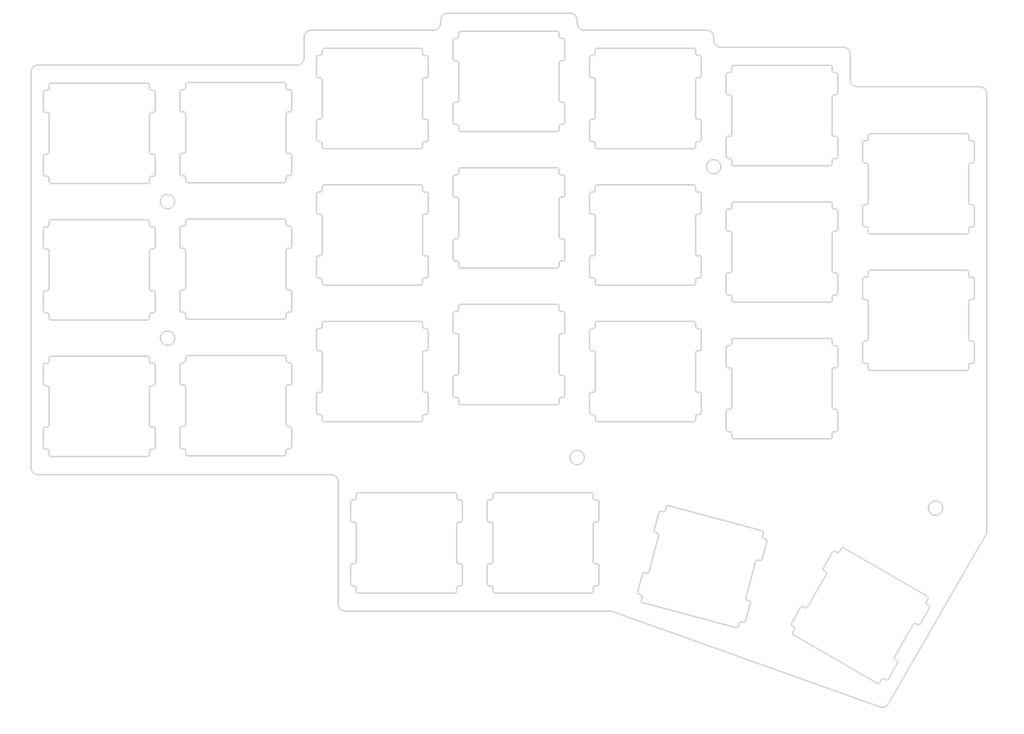
<source format=kicad_pcb>
(kicad_pcb (version 20171130) (host pcbnew "(5.0.2)-1")

  (general
    (thickness 1.6)
    (drawings 1001)
    (tracks 0)
    (zones 0)
    (modules 0)
    (nets 2)
  )

  (page A4)
  (layers
    (0 F.Cu signal)
    (31 B.Cu signal)
    (32 B.Adhes user)
    (33 F.Adhes user)
    (34 B.Paste user)
    (35 F.Paste user)
    (36 B.SilkS user)
    (37 F.SilkS user)
    (38 B.Mask user)
    (39 F.Mask user)
    (40 Dwgs.User user)
    (41 Cmts.User user)
    (42 Eco1.User user)
    (43 Eco2.User user)
    (44 Edge.Cuts user)
    (45 Margin user)
    (46 B.CrtYd user)
    (47 F.CrtYd user)
    (48 B.Fab user)
    (49 F.Fab user)
  )

  (setup
    (last_trace_width 0.25)
    (trace_clearance 0.2)
    (zone_clearance 0.3)
    (zone_45_only no)
    (trace_min 0.2)
    (segment_width 0.2)
    (edge_width 0.15)
    (via_size 0.8)
    (via_drill 0.4)
    (via_min_size 0.4)
    (via_min_drill 0.3)
    (uvia_size 0.3)
    (uvia_drill 0.1)
    (uvias_allowed no)
    (uvia_min_size 0.2)
    (uvia_min_drill 0.1)
    (pcb_text_width 0.3)
    (pcb_text_size 1.5 1.5)
    (mod_edge_width 0.15)
    (mod_text_size 1 1)
    (mod_text_width 0.15)
    (pad_size 1.524 1.524)
    (pad_drill 0.762)
    (pad_to_mask_clearance 0.051)
    (solder_mask_min_width 0.25)
    (aux_axis_origin 0 0)
    (visible_elements 7FFFFFFF)
    (pcbplotparams
      (layerselection 0x010f0_ffffffff)
      (usegerberextensions true)
      (usegerberattributes false)
      (usegerberadvancedattributes false)
      (creategerberjobfile false)
      (excludeedgelayer true)
      (linewidth 0.100000)
      (plotframeref false)
      (viasonmask false)
      (mode 1)
      (useauxorigin false)
      (hpglpennumber 1)
      (hpglpenspeed 20)
      (hpglpendiameter 15.000000)
      (psnegative false)
      (psa4output false)
      (plotreference true)
      (plotvalue true)
      (plotinvisibletext false)
      (padsonsilk false)
      (subtractmaskfromsilk false)
      (outputformat 1)
      (mirror false)
      (drillshape 0)
      (scaleselection 1)
      (outputdirectory "plate gerbers"))
  )

  (net 0 "")
  (net 1 GND)

  (net_class Default "This is the default net class."
    (clearance 0.2)
    (trace_width 0.25)
    (via_dia 0.8)
    (via_drill 0.4)
    (uvia_dia 0.3)
    (uvia_drill 0.1)
  )

  (gr_line (start 110.856894 76.143825) (end 111.057719 75.79693) (layer Edge.Cuts) (width 0.2))
  (gr_line (start 117.448504 64.128097) (end 105.843496 57.428703) (layer Edge.Cuts) (width 0.2))
  (gr_line (start 112.050683 75.677737) (end 113.300884 73.513054) (layer Edge.Cuts) (width 0.2))
  (gr_line (start -4.7507 6.5492) (end 8.6501 6.5492) (layer Edge.Cuts) (width 0.2))
  (gr_line (start -5.55 -3.3522) (end -5.3507 -3.3522) (layer Edge.Cuts) (width 0.2))
  (gr_line (start 113.190962 73.10313) (end 113.017978 73.003379) (layer Edge.Cuts) (width 0.2))
  (gr_line (start 98.842725 69.554137) (end 110.447275 76.253333) (layer Edge.Cuts) (width 0.2))
  (gr_line (start 103.100611 60.580352) (end 103.273307 60.680101) (layer Edge.Cuts) (width 0.2))
  (gr_line (start -5.85 2.7496) (end -5.85 5.2487) (layer Edge.Cuts) (width 0.2))
  (gr_line (start 9.7494 -3.6522) (end 9.7494 -6.1513) (layer Edge.Cuts) (width 0.2))
  (gr_line (start -5.0507 -7.1532) (end -5.0507 -6.7513) (layer Edge.Cuts) (width 0.2))
  (gr_line (start 36.28645 66.2237) (end 73.213601 66.2237) (layer Edge.Cuts) (width 0.2))
  (gr_line (start 111.467216 75.687351) (end 111.64103 75.787584) (layer Edge.Cuts) (width 0.2))
  (gr_line (start 100.374215 65.703202) (end 100.200663 65.603128) (layer Edge.Cuts) (width 0.2))
  (gr_line (start 8.9501 6.2492) (end 8.9501 5.8487) (layer Edge.Cuts) (width 0.2))
  (gr_line (start 8.9501 -6.7513) (end 8.9501 -7.1532) (layer Edge.Cuts) (width 0.2))
  (gr_line (start 73.54927 66.28172) (end 110.846761 79.572463) (layer Edge.Cuts) (width 0.2))
  (gr_line (start 87.674563 -13.454063) (end 87.674587 -13.835237) (layer Edge.Cuts) (width 0.2))
  (gr_line (start -6.5753 47.1737) (end 34.28645 47.1737) (layer Edge.Cuts) (width 0.2))
  (gr_line (start -5.85 -6.1513) (end -5.85 -3.6522) (layer Edge.Cuts) (width 0.2))
  (gr_line (start 98.650115 68.287789) (end 98.823069 68.387518) (layer Edge.Cuts) (width 0.2))
  (gr_line (start 104.240116 58.004483) (end 102.990783 60.170692) (layer Edge.Cuts) (width 0.2))
  (gr_line (start 104.823546 57.994656) (end 104.649879 57.89449) (layer Edge.Cuts) (width 0.2))
  (gr_line (start 9.4494 -6.4513) (end 9.2501 -6.4513) (layer Edge.Cuts) (width 0.2))
  (gr_line (start 125.7745 55.089789) (end 125.7745 -5.954) (layer Edge.Cuts) (width 0.2))
  (gr_line (start 9.2501 5.5487) (end 9.4494 5.5487) (layer Edge.Cuts) (width 0.2))
  (gr_line (start -5.3507 2.4496) (end -5.55 2.4496) (layer Edge.Cuts) (width 0.2))
  (gr_line (start 112.048442 79.130507) (end 125.640512 55.589812) (layer Edge.Cuts) (width 0.2))
  (gr_line (start 8.9501 2.1496) (end 8.9501 -3.0522) (layer Edge.Cuts) (width 0.2))
  (gr_line (start 98.933077 68.797307) (end 98.732848 69.144423) (layer Edge.Cuts) (width 0.2))
  (gr_line (start -5.3507 -6.4513) (end -5.55 -6.4513) (layer Edge.Cuts) (width 0.2))
  (gr_line (start 99.791046 65.712933) (end 98.540215 67.877815) (layer Edge.Cuts) (width 0.2))
  (gr_line (start 9.4494 2.4496) (end 9.2501 2.4496) (layer Edge.Cuts) (width 0.2))
  (gr_line (start 103.383088 61.089843) (end 100.783902 65.593275) (layer Edge.Cuts) (width 0.2))
  (gr_line (start 8.6501 -7.4532) (end -4.7507 -7.4532) (layer Edge.Cuts) (width 0.2))
  (gr_line (start 86.674587 -14.8353) (end 69.62465 -14.8353) (layer Edge.Cuts) (width 0.2))
  (gr_line (start 9.2501 -3.3522) (end 9.4494 -3.3522) (layer Edge.Cuts) (width 0.2))
  (gr_line (start -5.55 5.5487) (end -5.3507 5.5487) (layer Edge.Cuts) (width 0.2))
  (gr_line (start 105.433878 57.538212) (end 105.233063 57.885089) (layer Edge.Cuts) (width 0.2))
  (gr_line (start 9.7494 5.2487) (end 9.7494 2.7496) (layer Edge.Cuts) (width 0.2))
  (gr_line (start -5.0507 -3.0522) (end -5.0507 2.1496) (layer Edge.Cuts) (width 0.2))
  (gr_line (start 124.7745 -6.954) (end 107.7245 -6.954) (layer Edge.Cuts) (width 0.2))
  (gr_line (start 106.7245 -7.954) (end 106.7245 -11.454) (layer Edge.Cuts) (width 0.2))
  (gr_line (start -5.0507 5.8487) (end -5.0507 6.2492) (layer Edge.Cuts) (width 0.2))
  (gr_line (start 35.28645 48.1737) (end 35.28645 65.2237) (layer Edge.Cuts) (width 0.2))
  (gr_line (start 105.7245 -12.454) (end 88.674563 -12.454) (layer Edge.Cuts) (width 0.2))
  (gr_line (start 52.3119 50.6987) (end 52.1111 50.6987) (layer Edge.Cuts) (width 0.2))
  (gr_line (start 28 12.2023) (end 28 11.8033) (layer Edge.Cuts) (width 0.2))
  (gr_line (start 28.7994 15.3029) (end 28.7994 12.8023) (layer Edge.Cuts) (width 0.2))
  (gr_line (start 8.9501 31.3487) (end 8.9501 30.9468) (layer Edge.Cuts) (width 0.2))
  (gr_line (start 52.6119 53.4979) (end 52.6119 50.9987) (layer Edge.Cuts) (width 0.2))
  (gr_line (start 52.1111 53.7979) (end 52.3119 53.7979) (layer Edge.Cuts) (width 0.2))
  (gr_line (start 37.8118 54.0979) (end 37.8118 59.2995) (layer Edge.Cuts) (width 0.2))
  (gr_line (start 9.2501 43.6487) (end 9.4494 43.6487) (layer Edge.Cuts) (width 0.2))
  (gr_line (start -5.0507 43.9487) (end -5.0507 44.3492) (layer Edge.Cuts) (width 0.2))
  (gr_line (start 51.8111 59.2995) (end 51.8111 54.0979) (layer Edge.Cuts) (width 0.2))
  (gr_line (start 52.3119 59.5995) (end 52.1111 59.5995) (layer Edge.Cuts) (width 0.2))
  (gr_line (start 52.6119 62.3987) (end 52.6119 59.8995) (layer Edge.Cuts) (width 0.2))
  (gr_line (start 9.4494 40.5496) (end 9.2501 40.5496) (layer Edge.Cuts) (width 0.2))
  (gr_line (start 52.1111 62.6987) (end 52.3119 62.6987) (layer Edge.Cuts) (width 0.2))
  (gr_line (start 37.011 59.8995) (end 37.011 62.3987) (layer Edge.Cuts) (width 0.2))
  (gr_line (start 9.2501 34.7478) (end 9.4494 34.7478) (layer Edge.Cuts) (width 0.2))
  (gr_line (start 28.4994 12.5023) (end 28.3 12.5023) (layer Edge.Cuts) (width 0.2))
  (gr_line (start 37.5118 50.6987) (end 37.311 50.6987) (layer Edge.Cuts) (width 0.2))
  (gr_line (start 51.8111 63.3991) (end 51.8111 62.9987) (layer Edge.Cuts) (width 0.2))
  (gr_line (start 38.1118 63.6991) (end 51.5111 63.6991) (layer Edge.Cuts) (width 0.2))
  (gr_line (start -5.55 43.6487) (end -5.3507 43.6487) (layer Edge.Cuts) (width 0.2))
  (gr_line (start 37.311 53.7979) (end 37.5118 53.7979) (layer Edge.Cuts) (width 0.2))
  (gr_line (start 8.9501 40.2496) (end 8.9501 35.0478) (layer Edge.Cuts) (width 0.2))
  (gr_line (start 9.7494 43.3487) (end 9.7494 40.8496) (layer Edge.Cuts) (width 0.2))
  (gr_line (start -5.0507 30.9468) (end -5.0507 31.3487) (layer Edge.Cuts) (width 0.2))
  (gr_line (start 8.6501 30.6468) (end -4.7507 30.6468) (layer Edge.Cuts) (width 0.2))
  (gr_line (start 37.011 50.9987) (end 37.011 53.4979) (layer Edge.Cuts) (width 0.2))
  (gr_line (start 9.7494 34.4478) (end 9.7494 31.9487) (layer Edge.Cuts) (width 0.2))
  (gr_line (start -4.7507 44.6492) (end 8.6501 44.6492) (layer Edge.Cuts) (width 0.2))
  (gr_line (start -5.85 40.8496) (end -5.85 43.3487) (layer Edge.Cuts) (width 0.2))
  (gr_line (start 8.9501 44.3492) (end 8.9501 43.9487) (layer Edge.Cuts) (width 0.2))
  (gr_line (start 37.8118 62.9987) (end 37.8118 63.3991) (layer Edge.Cuts) (width 0.2))
  (gr_line (start 37.311 62.6987) (end 37.5118 62.6987) (layer Edge.Cuts) (width 0.2))
  (gr_line (start -5.3507 31.6487) (end -5.55 31.6487) (layer Edge.Cuts) (width 0.2))
  (gr_line (start 37.8118 49.9969) (end 37.8118 50.3987) (layer Edge.Cuts) (width 0.2))
  (gr_line (start 51.5111 49.6969) (end 38.1118 49.6969) (layer Edge.Cuts) (width 0.2))
  (gr_line (start 9.4494 31.6487) (end 9.2501 31.6487) (layer Edge.Cuts) (width 0.2))
  (gr_line (start -5.3507 40.5496) (end -5.55 40.5496) (layer Edge.Cuts) (width 0.2))
  (gr_line (start -5.0507 35.0478) (end -5.0507 40.2496) (layer Edge.Cuts) (width 0.2))
  (gr_line (start 28 21.1015) (end 28 15.9029) (layer Edge.Cuts) (width 0.2))
  (gr_line (start 28.3 15.6029) (end 28.4994 15.6029) (layer Edge.Cuts) (width 0.2))
  (gr_line (start -5.85 31.9487) (end -5.85 34.4478) (layer Edge.Cuts) (width 0.2))
  (gr_line (start -5.55 34.7478) (end -5.3507 34.7478) (layer Edge.Cuts) (width 0.2))
  (gr_line (start 103.9 28.172) (end 90.499 28.172) (layer Edge.Cuts) (width 0.2))
  (gr_line (start 51.8111 50.3987) (end 51.8111 49.9969) (layer Edge.Cuts) (width 0.2))
  (gr_line (start 37.5118 59.5995) (end 37.311 59.5995) (layer Edge.Cuts) (width 0.2))
  (gr_arc (start 85.649 29.5904) (end 85.649 29.8904) (angle -90) (layer Edge.Cuts) (width 0.2))
  (gr_arc (start 70.8493 35.389) (end 70.8493 35.689) (angle -90) (layer Edge.Cuts) (width 0.2))
  (gr_arc (start 33.3493 26.0908) (end 33.3493 25.7908) (angle -90) (layer Edge.Cuts) (width 0.2))
  (gr_arc (start 85.649 35.989) (end 85.949 35.989) (angle -90) (layer Edge.Cuts) (width 0.2))
  (gr_arc (start 85.45 30.1904) (end 85.45 29.8904) (angle -90) (layer Edge.Cuts) (width 0.2))
  (gr_arc (start 70.6499 38.4896) (end 70.3499 38.4896) (angle -90) (layer Edge.Cuts) (width 0.2))
  (gr_arc (start 70.6499 35.989) (end 70.6499 35.689) (angle -90) (layer Edge.Cuts) (width 0.2))
  (gr_arc (start 70.6499 29.5904) (end 70.3499 29.5904) (angle -90) (layer Edge.Cuts) (width 0.2))
  (gr_arc (start 85.45 26.4912) (end 85.15 26.4912) (angle -90) (layer Edge.Cuts) (width 0.2))
  (gr_arc (start 85.45 39.0896) (end 85.45 38.7896) (angle -90) (layer Edge.Cuts) (width 0.2))
  (gr_arc (start 71.4493 39.4901) (end 71.1493 39.4901) (angle -90) (layer Edge.Cuts) (width 0.2))
  (gr_line (start 66.1 24.11) (end 66.1 23.7095) (layer Edge.Cuts) (width 0.2))
  (gr_arc (start 70.6499 27.0912) (end 70.6499 26.7912) (angle -90) (layer Edge.Cuts) (width 0.2))
  (gr_arc (start 85.649 27.0912) (end 85.949 27.0912) (angle -90) (layer Edge.Cuts) (width 0.2))
  (gr_arc (start 85.649 38.4896) (end 85.649 38.7896) (angle -90) (layer Edge.Cuts) (width 0.2))
  (gr_arc (start 84.85 39.4901) (end 84.85 39.7901) (angle -90) (layer Edge.Cuts) (width 0.2))
  (gr_arc (start 32.7493 30.1904) (end 33.0493 30.1904) (angle -90) (layer Edge.Cuts) (width 0.2))
  (gr_arc (start 70.8493 26.4912) (end 70.8493 26.7912) (angle -90) (layer Edge.Cuts) (width 0.2))
  (gr_arc (start 70.8493 39.0896) (end 71.1493 39.0896) (angle -90) (layer Edge.Cuts) (width 0.2))
  (gr_arc (start 85.45 35.389) (end 85.15 35.389) (angle -90) (layer Edge.Cuts) (width 0.2))
  (gr_arc (start 70.8493 30.1904) (end 71.1493 30.1904) (angle -90) (layer Edge.Cuts) (width 0.2))
  (gr_line (start 66.5994 24.41) (end 66.4 24.41) (layer Edge.Cuts) (width 0.2))
  (gr_line (start 66.8994 27.2106) (end 66.8994 24.71) (layer Edge.Cuts) (width 0.2))
  (gr_arc (start 32.5499 29.5904) (end 32.2499 29.5904) (angle -90) (layer Edge.Cuts) (width 0.2))
  (gr_arc (start 32.5499 27.0912) (end 32.5499 26.7912) (angle -90) (layer Edge.Cuts) (width 0.2))
  (gr_arc (start 71.4493 26.0908) (end 71.4493 25.7908) (angle -90) (layer Edge.Cuts) (width 0.2))
  (gr_arc (start 32.7493 26.4912) (end 32.7493 26.7912) (angle -90) (layer Edge.Cuts) (width 0.2))
  (gr_arc (start 84.85 26.0908) (end 85.15 26.0908) (angle -90) (layer Edge.Cuts) (width 0.2))
  (gr_line (start 85.649 16.639) (end 85.45 16.639) (layer Edge.Cuts) (width 0.2))
  (gr_line (start 85.15 -11.6088) (end 85.15 -12.0092) (layer Edge.Cuts) (width 0.2))
  (gr_line (start 85.45 -8.2096) (end 85.649 -8.2096) (layer Edge.Cuts) (width 0.2))
  (gr_line (start 32.7493 7.7412) (end 32.5499 7.7412) (layer Edge.Cuts) (width 0.2))
  (gr_line (start 85.15 7.4412) (end 85.15 7.0408) (layer Edge.Cuts) (width 0.2))
  (gr_line (start 71.4493 20.7401) (end 84.85 20.7401) (layer Edge.Cuts) (width 0.2))
  (gr_line (start 70.3499 8.0412) (end 70.3499 10.5404) (layer Edge.Cuts) (width 0.2))
  (gr_line (start 85.649 -2.411) (end 85.45 -2.411) (layer Edge.Cuts) (width 0.2))
  (gr_line (start 66.4 27.5106) (end 66.5994 27.5106) (layer Edge.Cuts) (width 0.2))
  (gr_line (start 66.1 33.0078) (end 66.1 27.8106) (layer Edge.Cuts) (width 0.2))
  (gr_line (start 70.6499 10.8404) (end 70.8493 10.8404) (layer Edge.Cuts) (width 0.2))
  (gr_line (start 66.5994 33.3078) (end 66.4 33.3078) (layer Edge.Cuts) (width 0.2))
  (gr_line (start 85.949 19.4396) (end 85.949 16.939) (layer Edge.Cuts) (width 0.2))
  (gr_line (start 85.15 -2.711) (end 85.15 -7.9096) (layer Edge.Cuts) (width 0.2))
  (gr_line (start 47.8494 19.4396) (end 47.8494 16.939) (layer Edge.Cuts) (width 0.2))
  (gr_line (start 85.649 7.7412) (end 85.45 7.7412) (layer Edge.Cuts) (width 0.2))
  (gr_line (start 84.85 6.7408) (end 71.4493 6.7408) (layer Edge.Cuts) (width 0.2))
  (gr_line (start 66.1 37.1088) (end 66.1 36.7083) (layer Edge.Cuts) (width 0.2))
  (gr_line (start 85.45 19.7396) (end 85.649 19.7396) (layer Edge.Cuts) (width 0.2))
  (gr_line (start 85.949 -8.5096) (end 85.949 -11.0088) (layer Edge.Cuts) (width 0.2))
  (gr_line (start 51.2999 33.6078) (end 51.2999 36.1083) (layer Edge.Cuts) (width 0.2))
  (gr_line (start 71.1493 20.0396) (end 71.1493 20.4401) (layer Edge.Cuts) (width 0.2))
  (gr_line (start 33.0493 7.0408) (end 33.0493 7.4412) (layer Edge.Cuts) (width 0.2))
  (gr_line (start 47.8494 10.5404) (end 47.8494 8.0412) (layer Edge.Cuts) (width 0.2))
  (gr_line (start 33.0493 11.1404) (end 33.0493 16.339) (layer Edge.Cuts) (width 0.2))
  (gr_line (start 47.05 20.4401) (end 47.05 20.0396) (layer Edge.Cuts) (width 0.2))
  (gr_line (start 33.0493 20.0396) (end 33.0493 20.4401) (layer Edge.Cuts) (width 0.2))
  (gr_line (start 32.5499 10.8404) (end 32.7493 10.8404) (layer Edge.Cuts) (width 0.2))
  (gr_line (start 70.8493 7.7412) (end 70.6499 7.7412) (layer Edge.Cuts) (width 0.2))
  (gr_line (start 51.7993 24.41) (end 51.5999 24.41) (layer Edge.Cuts) (width 0.2))
  (gr_line (start 51.7993 33.3078) (end 51.5999 33.3078) (layer Edge.Cuts) (width 0.2))
  (gr_line (start 52.0993 27.8106) (end 52.0993 33.0078) (layer Edge.Cuts) (width 0.2))
  (gr_line (start 51.5999 27.5106) (end 51.7993 27.5106) (layer Edge.Cuts) (width 0.2))
  (gr_line (start 47.35 10.8404) (end 47.5494 10.8404) (layer Edge.Cuts) (width 0.2))
  (gr_line (start 32.7493 16.639) (end 32.5499 16.639) (layer Edge.Cuts) (width 0.2))
  (gr_line (start 85.949 10.5404) (end 85.949 8.0412) (layer Edge.Cuts) (width 0.2))
  (gr_line (start 85.45 10.8404) (end 85.649 10.8404) (layer Edge.Cuts) (width 0.2))
  (gr_line (start 70.8493 16.639) (end 70.6499 16.639) (layer Edge.Cuts) (width 0.2))
  (gr_line (start 71.1493 7.0408) (end 71.1493 7.4412) (layer Edge.Cuts) (width 0.2))
  (gr_line (start 66.8994 36.1083) (end 66.8994 33.6078) (layer Edge.Cuts) (width 0.2))
  (gr_line (start 66.4 36.4083) (end 66.5994 36.4083) (layer Edge.Cuts) (width 0.2))
  (gr_line (start 52.3993 37.4088) (end 65.8 37.4088) (layer Edge.Cuts) (width 0.2))
  (gr_line (start 70.6499 19.7396) (end 70.8493 19.7396) (layer Edge.Cuts) (width 0.2))
  (gr_line (start 85.949 0.3896) (end 85.949 -2.111) (layer Edge.Cuts) (width 0.2))
  (gr_line (start 52.0993 36.7083) (end 52.0993 37.1088) (layer Edge.Cuts) (width 0.2))
  (gr_line (start 51.5999 36.4083) (end 51.7993 36.4083) (layer Edge.Cuts) (width 0.2))
  (gr_line (start 65.8 23.4095) (end 52.3993 23.4095) (layer Edge.Cuts) (width 0.2))
  (gr_line (start 51.2999 24.71) (end 51.2999 27.2106) (layer Edge.Cuts) (width 0.2))
  (gr_line (start 32.2499 16.939) (end 32.2499 19.4396) (layer Edge.Cuts) (width 0.2))
  (gr_line (start 46.75 6.7408) (end 33.3493 6.7408) (layer Edge.Cuts) (width 0.2))
  (gr_line (start 71.1493 11.1404) (end 71.1493 16.339) (layer Edge.Cuts) (width 0.2))
  (gr_line (start 47.05 7.4412) (end 47.05 7.0408) (layer Edge.Cuts) (width 0.2))
  (gr_line (start 85.15 20.4401) (end 85.15 20.0396) (layer Edge.Cuts) (width 0.2))
  (gr_line (start 47.35 19.7396) (end 47.5494 19.7396) (layer Edge.Cuts) (width 0.2))
  (gr_line (start 32.5499 19.7396) (end 32.7493 19.7396) (layer Edge.Cuts) (width 0.2))
  (gr_line (start 85.649 -11.3088) (end 85.45 -11.3088) (layer Edge.Cuts) (width 0.2))
  (gr_line (start 70.3499 16.939) (end 70.3499 19.4396) (layer Edge.Cuts) (width 0.2))
  (gr_line (start 52.0993 23.7095) (end 52.0993 24.11) (layer Edge.Cuts) (width 0.2))
  (gr_line (start 47.5494 7.7412) (end 47.35 7.7412) (layer Edge.Cuts) (width 0.2))
  (gr_line (start 47.05 16.339) (end 47.05 11.1404) (layer Edge.Cuts) (width 0.2))
  (gr_line (start 47.5494 16.639) (end 47.35 16.639) (layer Edge.Cuts) (width 0.2))
  (gr_line (start 33.3493 20.7401) (end 46.75 20.7401) (layer Edge.Cuts) (width 0.2))
  (gr_line (start 32.2499 8.0412) (end 32.2499 10.5404) (layer Edge.Cuts) (width 0.2))
  (gr_line (start 85.15 16.339) (end 85.15 11.1404) (layer Edge.Cuts) (width 0.2))
  (gr_arc (start 66.4 36.7083) (end 66.4 36.4083) (angle -90) (layer Edge.Cuts) (width 0.2))
  (gr_arc (start 51.5999 24.71) (end 51.5999 24.41) (angle -90) (layer Edge.Cuts) (width 0.2))
  (gr_arc (start 66.4 27.8106) (end 66.4 27.5106) (angle -90) (layer Edge.Cuts) (width 0.2))
  (gr_arc (start 66.5994 36.1083) (end 66.5994 36.4083) (angle -90) (layer Edge.Cuts) (width 0.2))
  (gr_arc (start 33.3493 7.0408) (end 33.3493 6.7408) (angle -90) (layer Edge.Cuts) (width 0.2))
  (gr_arc (start 46.75 20.4401) (end 46.75 20.7401) (angle -90) (layer Edge.Cuts) (width 0.2))
  (gr_arc (start 32.7493 16.339) (end 32.7493 16.639) (angle -90) (layer Edge.Cuts) (width 0.2))
  (gr_arc (start 51.5999 27.2106) (end 51.2999 27.2106) (angle -90) (layer Edge.Cuts) (width 0.2))
  (gr_arc (start 51.7993 36.7083) (end 52.0993 36.7083) (angle -90) (layer Edge.Cuts) (width 0.2))
  (gr_arc (start 51.7993 24.11) (end 51.7993 24.41) (angle -90) (layer Edge.Cuts) (width 0.2))
  (gr_arc (start 47.35 16.339) (end 47.05 16.339) (angle -90) (layer Edge.Cuts) (width 0.2))
  (gr_arc (start 32.5499 8.0412) (end 32.5499 7.7412) (angle -90) (layer Edge.Cuts) (width 0.2))
  (gr_arc (start 47.5494 16.939) (end 47.8494 16.939) (angle -90) (layer Edge.Cuts) (width 0.2))
  (gr_arc (start 32.7493 11.1404) (end 33.0493 11.1404) (angle -90) (layer Edge.Cuts) (width 0.2))
  (gr_arc (start 32.5499 16.939) (end 32.5499 16.639) (angle -90) (layer Edge.Cuts) (width 0.2))
  (gr_arc (start 65.8 23.7095) (end 66.1 23.7095) (angle -90) (layer Edge.Cuts) (width 0.2))
  (gr_arc (start 66.4 33.0078) (end 66.1 33.0078) (angle -90) (layer Edge.Cuts) (width 0.2))
  (gr_arc (start 47.5494 8.0412) (end 47.8494 8.0412) (angle -90) (layer Edge.Cuts) (width 0.2))
  (gr_arc (start 66.4 24.11) (end 66.1 24.11) (angle -90) (layer Edge.Cuts) (width 0.2))
  (gr_arc (start 47.35 7.4412) (end 47.05 7.4412) (angle -90) (layer Edge.Cuts) (width 0.2))
  (gr_arc (start 47.5494 10.5404) (end 47.5494 10.8404) (angle -90) (layer Edge.Cuts) (width 0.2))
  (gr_arc (start 32.7493 7.4412) (end 32.7493 7.7412) (angle -90) (layer Edge.Cuts) (width 0.2))
  (gr_arc (start 51.5999 33.6078) (end 51.5999 33.3078) (angle -90) (layer Edge.Cuts) (width 0.2))
  (gr_arc (start 32.5499 10.5404) (end 32.2499 10.5404) (angle -90) (layer Edge.Cuts) (width 0.2))
  (gr_arc (start 51.5999 36.1083) (end 51.2999 36.1083) (angle -90) (layer Edge.Cuts) (width 0.2))
  (gr_arc (start 46.75 7.0408) (end 47.05 7.0408) (angle -90) (layer Edge.Cuts) (width 0.2))
  (gr_arc (start 47.5494 19.4396) (end 47.5494 19.7396) (angle -90) (layer Edge.Cuts) (width 0.2))
  (gr_arc (start 32.5499 19.4396) (end 32.2499 19.4396) (angle -90) (layer Edge.Cuts) (width 0.2))
  (gr_arc (start 52.3993 23.7095) (end 52.3993 23.4095) (angle -90) (layer Edge.Cuts) (width 0.2))
  (gr_arc (start 51.7993 33.0078) (end 51.7993 33.3078) (angle -90) (layer Edge.Cuts) (width 0.2))
  (gr_arc (start 47.35 11.1404) (end 47.35 10.8404) (angle -90) (layer Edge.Cuts) (width 0.2))
  (gr_arc (start 66.5994 24.71) (end 66.8994 24.71) (angle -90) (layer Edge.Cuts) (width 0.2))
  (gr_arc (start 66.5994 27.2106) (end 66.5994 27.5106) (angle -90) (layer Edge.Cuts) (width 0.2))
  (gr_arc (start 47.35 20.0396) (end 47.35 19.7396) (angle -90) (layer Edge.Cuts) (width 0.2))
  (gr_arc (start 65.8 37.1088) (end 65.8 37.4088) (angle -90) (layer Edge.Cuts) (width 0.2))
  (gr_arc (start 52.3993 37.1088) (end 52.0993 37.1088) (angle -90) (layer Edge.Cuts) (width 0.2))
  (gr_arc (start 33.3493 20.4401) (end 33.0493 20.4401) (angle -90) (layer Edge.Cuts) (width 0.2))
  (gr_arc (start 32.7493 20.0396) (end 33.0493 20.0396) (angle -90) (layer Edge.Cuts) (width 0.2))
  (gr_arc (start 66.5994 33.6078) (end 66.8994 33.6078) (angle -90) (layer Edge.Cuts) (width 0.2))
  (gr_arc (start 51.7993 27.8106) (end 52.0993 27.8106) (angle -90) (layer Edge.Cuts) (width 0.2))
  (gr_arc (start 84.85 20.4401) (end 84.85 20.7401) (angle -90) (layer Edge.Cuts) (width 0.2))
  (gr_arc (start 70.8493 -11.6088) (end 70.8493 -11.3088) (angle -90) (layer Edge.Cuts) (width 0.2))
  (gr_arc (start 123.55 0.2975) (end 123.25 0.2975) (angle -90) (layer Edge.Cuts) (width 0.2))
  (gr_arc (start 71.4493 20.4401) (end 71.1493 20.4401) (angle -90) (layer Edge.Cuts) (width 0.2))
  (gr_arc (start 70.6499 10.5404) (end 70.3499 10.5404) (angle -90) (layer Edge.Cuts) (width 0.2))
  (gr_arc (start 85.45 -11.6088) (end 85.15 -11.6088) (angle -90) (layer Edge.Cuts) (width 0.2))
  (gr_arc (start 123.55 3.9967) (end 123.55 3.6967) (angle -90) (layer Edge.Cuts) (width 0.2))
  (gr_arc (start 108.749 0.8975) (end 108.749 0.5975) (angle -90) (layer Edge.Cuts) (width 0.2))
  (gr_arc (start 108.749 12.2958) (end 108.449 12.2958) (angle -90) (layer Edge.Cuts) (width 0.2))
  (gr_arc (start 84.85 7.0408) (end 85.15 7.0408) (angle -90) (layer Edge.Cuts) (width 0.2))
  (gr_arc (start 85.45 7.4412) (end 85.15 7.4412) (angle -90) (layer Edge.Cuts) (width 0.2))
  (gr_arc (start 85.649 8.0412) (end 85.949 8.0412) (angle -90) (layer Edge.Cuts) (width 0.2))
  (gr_arc (start 70.8493 16.339) (end 70.8493 16.639) (angle -90) (layer Edge.Cuts) (width 0.2))
  (gr_arc (start 85.649 -11.0088) (end 85.949 -11.0088) (angle -90) (layer Edge.Cuts) (width 0.2))
  (gr_arc (start 85.45 11.1404) (end 85.45 10.8404) (angle -90) (layer Edge.Cuts) (width 0.2))
  (gr_arc (start 85.649 16.939) (end 85.949 16.939) (angle -90) (layer Edge.Cuts) (width 0.2))
  (gr_arc (start 85.649 19.4396) (end 85.649 19.7396) (angle -90) (layer Edge.Cuts) (width 0.2))
  (gr_arc (start 70.8493 20.0396) (end 71.1493 20.0396) (angle -90) (layer Edge.Cuts) (width 0.2))
  (gr_arc (start 123.55 9.1953) (end 123.25 9.1953) (angle -90) (layer Edge.Cuts) (width 0.2))
  (gr_arc (start 70.6499 19.4396) (end 70.3499 19.4396) (angle -90) (layer Edge.Cuts) (width 0.2))
  (gr_arc (start 70.6499 -2.111) (end 70.6499 -2.411) (angle -90) (layer Edge.Cuts) (width 0.2))
  (gr_arc (start 70.6499 16.939) (end 70.6499 16.639) (angle -90) (layer Edge.Cuts) (width 0.2))
  (gr_arc (start 71.4493 1.3901) (end 71.1493 1.3901) (angle -90) (layer Edge.Cuts) (width 0.2))
  (gr_arc (start 84.85 -12.0092) (end 85.15 -12.0092) (angle -90) (layer Edge.Cuts) (width 0.2))
  (gr_arc (start 108.949 9.1953) (end 108.949 9.4953) (angle -90) (layer Edge.Cuts) (width 0.2))
  (gr_arc (start 85.45 -7.9096) (end 85.45 -8.2096) (angle -90) (layer Edge.Cuts) (width 0.2))
  (gr_arc (start 85.45 0.9896) (end 85.45 0.6896) (angle -90) (layer Edge.Cuts) (width 0.2))
  (gr_arc (start 85.649 -2.111) (end 85.949 -2.111) (angle -90) (layer Edge.Cuts) (width 0.2))
  (gr_arc (start 84.85 1.3901) (end 84.85 1.6901) (angle -90) (layer Edge.Cuts) (width 0.2))
  (gr_arc (start 70.8493 0.9896) (end 71.1493 0.9896) (angle -90) (layer Edge.Cuts) (width 0.2))
  (gr_arc (start 123.55 12.8958) (end 123.55 12.5958) (angle -90) (layer Edge.Cuts) (width 0.2))
  (gr_arc (start 70.6499 -8.5096) (end 70.3499 -8.5096) (angle -90) (layer Edge.Cuts) (width 0.2))
  (gr_arc (start 122.95 13.2949) (end 122.95 13.5949) (angle -90) (layer Edge.Cuts) (width 0.2))
  (gr_arc (start 108.949 3.9967) (end 109.249 3.9967) (angle -90) (layer Edge.Cuts) (width 0.2))
  (gr_arc (start 104.5 9.8225) (end 104.2 9.8225) (angle -90) (layer Edge.Cuts) (width 0.2))
  (gr_arc (start 104.699 12.9217) (end 104.699 13.2217) (angle -90) (layer Edge.Cuts) (width 0.2))
  (gr_arc (start 70.8493 11.1404) (end 71.1493 11.1404) (angle -90) (layer Edge.Cuts) (width 0.2))
  (gr_arc (start 70.6499 8.0412) (end 70.6499 7.7412) (angle -90) (layer Edge.Cuts) (width 0.2))
  (gr_arc (start 70.8493 7.4412) (end 70.8493 7.7412) (angle -90) (layer Edge.Cuts) (width 0.2))
  (gr_arc (start 71.4493 7.0408) (end 71.4493 6.7408) (angle -90) (layer Edge.Cuts) (width 0.2))
  (gr_arc (start 85.649 -8.5096) (end 85.649 -8.2096) (angle -90) (layer Edge.Cuts) (width 0.2))
  (gr_arc (start 85.649 0.3896) (end 85.649 0.6896) (angle -90) (layer Edge.Cuts) (width 0.2))
  (gr_arc (start 85.45 -2.711) (end 85.15 -2.711) (angle -90) (layer Edge.Cuts) (width 0.2))
  (gr_arc (start 70.6499 0.3896) (end 70.3499 0.3896) (angle -90) (layer Edge.Cuts) (width 0.2))
  (gr_arc (start 70.8493 -2.711) (end 70.8493 -2.411) (angle -90) (layer Edge.Cuts) (width 0.2))
  (gr_arc (start 70.8493 -7.9096) (end 71.1493 -7.9096) (angle -90) (layer Edge.Cuts) (width 0.2))
  (gr_arc (start 70.6499 -11.0088) (end 70.6499 -11.3088) (angle -90) (layer Edge.Cuts) (width 0.2))
  (gr_arc (start 108.749 3.3967) (end 108.449 3.3967) (angle -90) (layer Edge.Cuts) (width 0.2))
  (gr_arc (start 122.95 -0.103) (end 123.25 -0.103) (angle -90) (layer Edge.Cuts) (width 0.2))
  (gr_arc (start 108.949 0.2975) (end 108.949 0.5975) (angle -90) (layer Edge.Cuts) (width 0.2))
  (gr_arc (start 104.699 10.4225) (end 104.999 10.4225) (angle -90) (layer Edge.Cuts) (width 0.2))
  (gr_arc (start 71.4493 -12.0092) (end 71.4493 -12.3092) (angle -90) (layer Edge.Cuts) (width 0.2))
  (gr_arc (start 123.749 0.8975) (end 124.049 0.8975) (angle -90) (layer Edge.Cuts) (width 0.2))
  (gr_arc (start 123.749 3.3967) (end 123.749 3.6967) (angle -90) (layer Edge.Cuts) (width 0.2))
  (gr_arc (start 123.749 12.2958) (end 123.749 12.5958) (angle -90) (layer Edge.Cuts) (width 0.2))
  (gr_arc (start 108.749 9.7953) (end 108.749 9.4953) (angle -90) (layer Edge.Cuts) (width 0.2))
  (gr_arc (start 108.949 12.8958) (end 109.249 12.8958) (angle -90) (layer Edge.Cuts) (width 0.2))
  (gr_arc (start 123.749 9.7953) (end 124.049 9.7953) (angle -90) (layer Edge.Cuts) (width 0.2))
  (gr_arc (start 109.549 13.2949) (end 109.249 13.2949) (angle -90) (layer Edge.Cuts) (width 0.2))
  (gr_arc (start 103.9 9.422) (end 104.2 9.422) (angle -90) (layer Edge.Cuts) (width 0.2))
  (gr_arc (start 109.549 -0.103) (end 109.549 -0.403) (angle -90) (layer Edge.Cuts) (width 0.2))
  (gr_arc (start 85.649 10.5404) (end 85.649 10.8404) (angle -90) (layer Edge.Cuts) (width 0.2))
  (gr_arc (start 85.45 16.339) (end 85.15 16.339) (angle -90) (layer Edge.Cuts) (width 0.2))
  (gr_arc (start 85.45 20.0396) (end 85.45 19.7396) (angle -90) (layer Edge.Cuts) (width 0.2))
  (gr_circle (center 118.6305 51.84) (end 119.6305 51.84) (layer Edge.Cuts) (width 0.2))
  (gr_circle (center 11.4747 28.1237) (end 12.4747 28.1237) (layer Edge.Cuts) (width 0.2))
  (gr_circle (center 11.4747 9.0737) (end 12.4747 9.0737) (layer Edge.Cuts) (width 0.2))
  (gr_line (start 71.1493 30.1904) (end 71.1493 35.389) (layer Edge.Cuts) (width 0.2))
  (gr_line (start 70.6499 29.8904) (end 70.8493 29.8904) (layer Edge.Cuts) (width 0.2))
  (gr_line (start 70.3499 27.0912) (end 70.3499 29.5904) (layer Edge.Cuts) (width 0.2))
  (gr_line (start 70.8493 26.7912) (end 70.6499 26.7912) (layer Edge.Cuts) (width 0.2))
  (gr_line (start 71.1493 26.0908) (end 71.1493 26.4912) (layer Edge.Cuts) (width 0.2))
  (gr_line (start 84.85 25.7908) (end 71.4493 25.7908) (layer Edge.Cuts) (width 0.2))
  (gr_circle (center 87.67465 4.2147) (end 88.67465 4.2147) (layer Edge.Cuts) (width 0.2))
  (gr_circle (center 68.62445 44.7927) (end 69.62445 44.7927) (layer Edge.Cuts) (width 0.2))
  (gr_line (start 78.281335 60.927001) (end 78.08855 60.875095) (layer Edge.Cuts) (width 0.2))
  (gr_line (start 104.2 28.8725) (end 104.2 28.472) (layer Edge.Cuts) (width 0.2))
  (gr_line (start 67.62465 -17.2158) (end 50.57465 -17.2158) (layer Edge.Cuts) (width 0.2))
  (gr_line (start -7.5753 -8.9763) (end -7.5753 46.1737) (layer Edge.Cuts) (width 0.2))
  (gr_line (start 77.800094 65.043139) (end 90.743206 68.510761) (layer Edge.Cuts) (width 0.2))
  (gr_line (start 104.699 38.0703) (end 104.5 38.0703) (layer Edge.Cuts) (width 0.2))
  (gr_line (start 49.57465 -16.2158) (end 49.57465 -15.8353) (layer Edge.Cuts) (width 0.2))
  (gr_line (start 48.57465 -14.8353) (end 31.52465 -14.8353) (layer Edge.Cuts) (width 0.2))
  (gr_line (start 30.52465 -13.8353) (end 30.52465 -10.9763) (layer Edge.Cuts) (width 0.2))
  (gr_line (start 29.52465 -9.9763) (end -6.5753 -9.9763) (layer Edge.Cuts) (width 0.2))
  (gr_line (start 94.36636 54.986704) (end 81.42294 51.519096) (layer Edge.Cuts) (width 0.2))
  (gr_line (start 94.475273 55.740686) (end 94.578569 55.353888) (layer Edge.Cuts) (width 0.2))
  (gr_line (start 94.880086 56.159414) (end 94.68756 56.107891) (layer Edge.Cuts) (width 0.2))
  (gr_line (start 93.884751 59.103072) (end 94.078347 59.154839) (layer Edge.Cuts) (width 0.2))
  (gr_line (start 89.899 38.0703) (end 89.7 38.0703) (layer Edge.Cuts) (width 0.2))
  (gr_line (start 91.581624 67.699946) (end 91.77425 67.751521) (layer Edge.Cuts) (width 0.2))
  (gr_line (start 77.286274 63.869019) (end 77.479507 63.920676) (layer Edge.Cuts) (width 0.2))
  (gr_line (start 89.4 38.3703) (end 89.4 40.8708) (layer Edge.Cuts) (width 0.2))
  (gr_line (start 81.055563 51.731102) (end 80.951738 52.117894) (layer Edge.Cuts) (width 0.2))
  (gr_line (start 80.584357 52.329899) (end 80.392254 52.278431) (layer Edge.Cuts) (width 0.2))
  (gr_line (start 104.2 37.7703) (end 104.2 32.5717) (layer Edge.Cuts) (width 0.2))
  (gr_line (start 89.899 29.1725) (end 89.7 29.1725) (layer Edge.Cuts) (width 0.2))
  (gr_line (start 92.171619 64.337954) (end 93.517476 59.315242) (layer Edge.Cuts) (width 0.2))
  (gr_line (start 104.2 41.8699) (end 104.2 41.4708) (layer Edge.Cuts) (width 0.2))
  (gr_line (start 90.199 41.4708) (end 90.199 41.8699) (layer Edge.Cuts) (width 0.2))
  (gr_line (start 89.7 41.1708) (end 89.899 41.1708) (layer Edge.Cuts) (width 0.2))
  (gr_line (start 90.199 32.5717) (end 90.199 37.7703) (layer Edge.Cuts) (width 0.2))
  (gr_line (start 80.024843 52.490547) (end 79.377847 54.904563) (layer Edge.Cuts) (width 0.2))
  (gr_line (start 92.576909 64.75703) (end 92.383899 64.705419) (layer Edge.Cuts) (width 0.2))
  (gr_line (start 89.4 29.4725) (end 89.4 31.9717) (layer Edge.Cuts) (width 0.2))
  (gr_line (start 91.110608 68.298671) (end 91.214268 67.912047) (layer Edge.Cuts) (width 0.2))
  (gr_line (start 77.691805 64.288148) (end 77.587953 64.67571) (layer Edge.Cuts) (width 0.2))
  (gr_line (start 79.994615 55.691301) (end 78.649117 60.714932) (layer Edge.Cuts) (width 0.2))
  (gr_line (start 79.58952 55.271882) (end 79.782929 55.324031) (layer Edge.Cuts) (width 0.2))
  (gr_line (start 104.5 32.2717) (end 104.699 32.2717) (layer Edge.Cuts) (width 0.2))
  (gr_line (start 90.199 28.472) (end 90.199 28.8725) (layer Edge.Cuts) (width 0.2))
  (gr_line (start 90.499 42.1699) (end 103.9 42.1699) (layer Edge.Cuts) (width 0.2))
  (gr_line (start 77.720772 61.087148) (end 77.073971 63.501566) (layer Edge.Cuts) (width 0.2))
  (gr_line (start 104.999 40.8708) (end 104.999 38.3703) (layer Edge.Cuts) (width 0.2))
  (gr_line (start 104.999 31.9717) (end 104.999 29.4725) (layer Edge.Cuts) (width 0.2))
  (gr_line (start 68.62465 -15.8353) (end 68.62465 -16.2158) (layer Edge.Cuts) (width 0.2))
  (gr_line (start 94.44564 58.942597) (end 95.092327 56.526792) (layer Edge.Cuts) (width 0.2))
  (gr_line (start 104.5 41.1708) (end 104.699 41.1708) (layer Edge.Cuts) (width 0.2))
  (gr_line (start 104.699 29.1725) (end 104.5 29.1725) (layer Edge.Cuts) (width 0.2))
  (gr_line (start 92.141604 67.53943) (end 92.789174 65.124549) (layer Edge.Cuts) (width 0.2))
  (gr_line (start 89.7 32.2717) (end 89.899 32.2717) (layer Edge.Cuts) (width 0.2))
  (gr_line (start 124.049 12.2958) (end 124.049 9.7953) (layer Edge.Cuts) (width 0.2))
  (gr_line (start 123.55 3.6967) (end 123.749 3.6967) (layer Edge.Cuts) (width 0.2))
  (gr_line (start 123.25 9.1953) (end 123.25 3.9967) (layer Edge.Cuts) (width 0.2))
  (gr_line (start 108.749 12.5958) (end 108.949 12.5958) (layer Edge.Cuts) (width 0.2))
  (gr_line (start 123.25 13.2949) (end 123.25 12.8958) (layer Edge.Cuts) (width 0.2))
  (gr_line (start 108.449 9.7953) (end 108.449 12.2958) (layer Edge.Cuts) (width 0.2))
  (gr_line (start 108.949 9.4953) (end 108.749 9.4953) (layer Edge.Cuts) (width 0.2))
  (gr_line (start 85.45 0.6896) (end 85.649 0.6896) (layer Edge.Cuts) (width 0.2))
  (gr_line (start 85.15 1.3901) (end 85.15 0.9896) (layer Edge.Cuts) (width 0.2))
  (gr_line (start 70.6499 -8.2096) (end 70.8493 -8.2096) (layer Edge.Cuts) (width 0.2))
  (gr_line (start 124.049 3.3967) (end 124.049 0.8975) (layer Edge.Cuts) (width 0.2))
  (gr_line (start 123.25 0.2975) (end 123.25 -0.103) (layer Edge.Cuts) (width 0.2))
  (gr_line (start 109.249 3.9967) (end 109.249 9.1953) (layer Edge.Cuts) (width 0.2))
  (gr_line (start 70.8493 -11.3088) (end 70.6499 -11.3088) (layer Edge.Cuts) (width 0.2))
  (gr_line (start 71.4493 1.6901) (end 84.85 1.6901) (layer Edge.Cuts) (width 0.2))
  (gr_line (start 71.1493 -12.0092) (end 71.1493 -11.6088) (layer Edge.Cuts) (width 0.2))
  (gr_line (start 84.85 -12.3092) (end 71.4493 -12.3092) (layer Edge.Cuts) (width 0.2))
  (gr_line (start 71.1493 0.9896) (end 71.1493 1.3901) (layer Edge.Cuts) (width 0.2))
  (gr_line (start 70.6499 0.6896) (end 70.8493 0.6896) (layer Edge.Cuts) (width 0.2))
  (gr_line (start 70.8493 -2.411) (end 70.6499 -2.411) (layer Edge.Cuts) (width 0.2))
  (gr_line (start 71.1493 -7.9096) (end 71.1493 -2.711) (layer Edge.Cuts) (width 0.2))
  (gr_line (start 109.249 12.8958) (end 109.249 13.2949) (layer Edge.Cuts) (width 0.2))
  (gr_line (start 123.749 9.4953) (end 123.55 9.4953) (layer Edge.Cuts) (width 0.2))
  (gr_line (start 123.55 12.5958) (end 123.749 12.5958) (layer Edge.Cuts) (width 0.2))
  (gr_line (start 70.3499 -2.111) (end 70.3499 0.3896) (layer Edge.Cuts) (width 0.2))
  (gr_line (start 70.3499 -11.0088) (end 70.3499 -8.5096) (layer Edge.Cuts) (width 0.2))
  (gr_line (start 123.749 0.5975) (end 123.55 0.5975) (layer Edge.Cuts) (width 0.2))
  (gr_line (start 109.549 13.5949) (end 122.95 13.5949) (layer Edge.Cuts) (width 0.2))
  (gr_line (start 108.749 3.6967) (end 108.949 3.6967) (layer Edge.Cuts) (width 0.2))
  (gr_line (start 89.899 19.0203) (end 89.7 19.0203) (layer Edge.Cuts) (width 0.2))
  (gr_line (start 104.5 22.1208) (end 104.699 22.1208) (layer Edge.Cuts) (width 0.2))
  (gr_line (start 32.5499 0.6896) (end 32.7493 0.6896) (layer Edge.Cuts) (width 0.2))
  (gr_line (start 8.9501 12.2987) (end 8.9501 11.8968) (layer Edge.Cuts) (width 0.2))
  (gr_line (start 108.449 0.8975) (end 108.449 3.3967) (layer Edge.Cuts) (width 0.2))
  (gr_line (start 47.05 -2.711) (end 47.05 -7.9096) (layer Edge.Cuts) (width 0.2))
  (gr_line (start -5.0507 11.8968) (end -5.0507 12.2987) (layer Edge.Cuts) (width 0.2))
  (gr_line (start 33.0493 -7.9096) (end 33.0493 -2.711) (layer Edge.Cuts) (width 0.2))
  (gr_line (start 108.949 0.5975) (end 108.749 0.5975) (layer Edge.Cuts) (width 0.2))
  (gr_line (start 90.199 9.422) (end 90.199 9.8225) (layer Edge.Cuts) (width 0.2))
  (gr_line (start 109.249 -0.103) (end 109.249 0.2975) (layer Edge.Cuts) (width 0.2))
  (gr_line (start 33.0493 0.9896) (end 33.0493 1.3901) (layer Edge.Cuts) (width 0.2))
  (gr_line (start -5.0507 24.8987) (end -5.0507 25.2992) (layer Edge.Cuts) (width 0.2))
  (gr_line (start 32.7493 -2.411) (end 32.5499 -2.411) (layer Edge.Cuts) (width 0.2))
  (gr_line (start 47.05 -11.6088) (end 47.05 -12.0092) (layer Edge.Cuts) (width 0.2))
  (gr_line (start 122.95 -0.403) (end 109.549 -0.403) (layer Edge.Cuts) (width 0.2))
  (gr_line (start 104.2 9.8225) (end 104.2 9.422) (layer Edge.Cuts) (width 0.2))
  (gr_line (start 104.699 10.1225) (end 104.5 10.1225) (layer Edge.Cuts) (width 0.2))
  (gr_line (start 104.999 21.8208) (end 104.999 19.3203) (layer Edge.Cuts) (width 0.2))
  (gr_line (start 89.7 22.1208) (end 89.899 22.1208) (layer Edge.Cuts) (width 0.2))
  (gr_line (start 47.5494 -11.3088) (end 47.35 -11.3088) (layer Edge.Cuts) (width 0.2))
  (gr_line (start 47.05 1.3901) (end 47.05 0.9896) (layer Edge.Cuts) (width 0.2))
  (gr_line (start 32.2499 -11.0088) (end 32.2499 -8.5096) (layer Edge.Cuts) (width 0.2))
  (gr_line (start 9.4494 21.4996) (end 9.2501 21.4996) (layer Edge.Cuts) (width 0.2))
  (gr_line (start 9.7494 15.3978) (end 9.7494 12.8987) (layer Edge.Cuts) (width 0.2))
  (gr_line (start -5.85 21.7996) (end -5.85 24.2987) (layer Edge.Cuts) (width 0.2))
  (gr_line (start 8.9501 21.1996) (end 8.9501 15.9978) (layer Edge.Cuts) (width 0.2))
  (gr_line (start -5.85 12.8987) (end -5.85 15.3978) (layer Edge.Cuts) (width 0.2))
  (gr_line (start 89.7 13.2217) (end 89.899 13.2217) (layer Edge.Cuts) (width 0.2))
  (gr_line (start 47.8494 -8.5096) (end 47.8494 -11.0088) (layer Edge.Cuts) (width 0.2))
  (gr_line (start 103.9 9.122) (end 90.499 9.122) (layer Edge.Cuts) (width 0.2))
  (gr_line (start 104.999 12.9217) (end 104.999 10.4225) (layer Edge.Cuts) (width 0.2))
  (gr_line (start 104.5 13.2217) (end 104.699 13.2217) (layer Edge.Cuts) (width 0.2))
  (gr_line (start 104.2 18.7203) (end 104.2 13.5217) (layer Edge.Cuts) (width 0.2))
  (gr_line (start 90.499 23.1199) (end 103.9 23.1199) (layer Edge.Cuts) (width 0.2))
  (gr_line (start 32.7493 -11.3088) (end 32.5499 -11.3088) (layer Edge.Cuts) (width 0.2))
  (gr_line (start 9.4494 12.5987) (end 9.2501 12.5987) (layer Edge.Cuts) (width 0.2))
  (gr_line (start 9.7494 24.2987) (end 9.7494 21.7996) (layer Edge.Cuts) (width 0.2))
  (gr_line (start 47.35 0.6896) (end 47.5494 0.6896) (layer Edge.Cuts) (width 0.2))
  (gr_line (start 104.699 19.0203) (end 104.5 19.0203) (layer Edge.Cuts) (width 0.2))
  (gr_line (start 9.2501 15.6978) (end 9.4494 15.6978) (layer Edge.Cuts) (width 0.2))
  (gr_line (start 104.2 22.8199) (end 104.2 22.4208) (layer Edge.Cuts) (width 0.2))
  (gr_line (start 90.199 22.4208) (end 90.199 22.8199) (layer Edge.Cuts) (width 0.2))
  (gr_line (start 90.199 13.5217) (end 90.199 18.7203) (layer Edge.Cuts) (width 0.2))
  (gr_line (start 89.4 19.3203) (end 89.4 21.8208) (layer Edge.Cuts) (width 0.2))
  (gr_line (start 89.4 10.4225) (end 89.4 12.9217) (layer Edge.Cuts) (width 0.2))
  (gr_line (start 33.3493 1.6901) (end 46.75 1.6901) (layer Edge.Cuts) (width 0.2))
  (gr_line (start 9.2501 24.5987) (end 9.4494 24.5987) (layer Edge.Cuts) (width 0.2))
  (gr_line (start -5.0507 15.9978) (end -5.0507 21.1996) (layer Edge.Cuts) (width 0.2))
  (gr_line (start 89.899 10.1225) (end 89.7 10.1225) (layer Edge.Cuts) (width 0.2))
  (gr_line (start -4.7507 25.5992) (end 8.6501 25.5992) (layer Edge.Cuts) (width 0.2))
  (gr_line (start -5.3507 12.5987) (end -5.55 12.5987) (layer Edge.Cuts) (width 0.2))
  (gr_line (start 47.35 -8.2096) (end 47.5494 -8.2096) (layer Edge.Cuts) (width 0.2))
  (gr_line (start 32.2499 -2.111) (end 32.2499 0.3896) (layer Edge.Cuts) (width 0.2))
  (gr_line (start 33.0493 -12.0092) (end 33.0493 -11.6088) (layer Edge.Cuts) (width 0.2))
  (gr_line (start -5.3507 21.4996) (end -5.55 21.4996) (layer Edge.Cuts) (width 0.2))
  (gr_line (start 47.5494 -2.411) (end 47.35 -2.411) (layer Edge.Cuts) (width 0.2))
  (gr_line (start 47.8494 0.3896) (end 47.8494 -2.111) (layer Edge.Cuts) (width 0.2))
  (gr_line (start 8.9501 25.2992) (end 8.9501 24.8987) (layer Edge.Cuts) (width 0.2))
  (gr_line (start 46.75 -12.3092) (end 33.3493 -12.3092) (layer Edge.Cuts) (width 0.2))
  (gr_line (start -5.55 15.6978) (end -5.3507 15.6978) (layer Edge.Cuts) (width 0.2))
  (gr_line (start 32.5499 -8.2096) (end 32.7493 -8.2096) (layer Edge.Cuts) (width 0.2))
  (gr_line (start -5.55 24.5987) (end -5.3507 24.5987) (layer Edge.Cuts) (width 0.2))
  (gr_line (start 28.7994 5.1521) (end 28.7994 2.6515) (layer Edge.Cuts) (width 0.2))
  (gr_line (start 28.4994 -6.5477) (end 28.3 -6.5477) (layer Edge.Cuts) (width 0.2))
  (gr_line (start 13.6993 21.4015) (end 13.5 21.4015) (layer Edge.Cuts) (width 0.2))
  (gr_line (start 13.9993 15.9029) (end 13.9993 21.1015) (layer Edge.Cuts) (width 0.2))
  (gr_line (start 13.2 12.8023) (end 13.2 15.3029) (layer Edge.Cuts) (width 0.2))
  (gr_line (start 27.7 11.5033) (end 14.2993 11.5033) (layer Edge.Cuts) (width 0.2))
  (gr_line (start 28.4994 21.4015) (end 28.3 21.4015) (layer Edge.Cuts) (width 0.2))
  (gr_line (start 13.6993 12.5023) (end 13.5 12.5023) (layer Edge.Cuts) (width 0.2))
  (gr_line (start 13.9993 24.8021) (end 13.9993 25.2011) (layer Edge.Cuts) (width 0.2))
  (gr_line (start 13.2 21.7015) (end 13.2 24.2021) (layer Edge.Cuts) (width 0.2))
  (gr_line (start 28 2.0515) (end 28 -3.1471) (layer Edge.Cuts) (width 0.2))
  (gr_line (start 13.9993 11.8033) (end 13.9993 12.2023) (layer Edge.Cuts) (width 0.2))
  (gr_line (start 28.3 -3.4471) (end 28.4994 -3.4471) (layer Edge.Cuts) (width 0.2))
  (gr_line (start 28.7994 -3.7471) (end 28.7994 -6.2477) (layer Edge.Cuts) (width 0.2))
  (gr_line (start 28.7994 24.2021) (end 28.7994 21.7015) (layer Edge.Cuts) (width 0.2))
  (gr_line (start 28.3 5.4521) (end 28.4994 5.4521) (layer Edge.Cuts) (width 0.2))
  (gr_line (start 28.3 24.5021) (end 28.4994 24.5021) (layer Edge.Cuts) (width 0.2))
  (gr_line (start 28 25.2011) (end 28 24.8021) (layer Edge.Cuts) (width 0.2))
  (gr_line (start 14.2993 25.5011) (end 27.7 25.5011) (layer Edge.Cuts) (width 0.2))
  (gr_line (start 13.5 15.6029) (end 13.6993 15.6029) (layer Edge.Cuts) (width 0.2))
  (gr_line (start 28 -6.8477) (end 28 -7.2467) (layer Edge.Cuts) (width 0.2))
  (gr_line (start 28.4994 2.3515) (end 28.3 2.3515) (layer Edge.Cuts) (width 0.2))
  (gr_line (start 13.5 24.5021) (end 13.6993 24.5021) (layer Edge.Cuts) (width 0.2))
  (gr_line (start 13.6993 2.3515) (end 13.5 2.3515) (layer Edge.Cuts) (width 0.2))
  (gr_line (start 13.9993 -3.1471) (end 13.9993 2.0515) (layer Edge.Cuts) (width 0.2))
  (gr_line (start 123.749 28.5453) (end 123.55 28.5453) (layer Edge.Cuts) (width 0.2))
  (gr_line (start 123.25 28.2453) (end 123.25 23.0467) (layer Edge.Cuts) (width 0.2))
  (gr_line (start 124.049 31.3458) (end 124.049 28.8453) (layer Edge.Cuts) (width 0.2))
  (gr_line (start 109.549 32.6449) (end 122.95 32.6449) (layer Edge.Cuts) (width 0.2))
  (gr_line (start 109.249 31.9458) (end 109.249 32.3449) (layer Edge.Cuts) (width 0.2))
  (gr_line (start 123.749 19.6475) (end 123.55 19.6475) (layer Edge.Cuts) (width 0.2))
  (gr_line (start 123.25 19.3475) (end 123.25 18.947) (layer Edge.Cuts) (width 0.2))
  (gr_line (start 13.9993 5.7521) (end 13.9993 6.1511) (layer Edge.Cuts) (width 0.2))
  (gr_line (start 13.5 5.4521) (end 13.6993 5.4521) (layer Edge.Cuts) (width 0.2))
  (gr_line (start 13.2 -6.2477) (end 13.2 -3.7471) (layer Edge.Cuts) (width 0.2))
  (gr_line (start 13.5 -3.4471) (end 13.6993 -3.4471) (layer Edge.Cuts) (width 0.2))
  (gr_line (start 28 6.1511) (end 28 5.7521) (layer Edge.Cuts) (width 0.2))
  (gr_line (start 123.25 32.3449) (end 123.25 31.9458) (layer Edge.Cuts) (width 0.2))
  (gr_line (start 14.2993 6.4511) (end 27.7 6.4511) (layer Edge.Cuts) (width 0.2))
  (gr_line (start 13.6993 -6.5477) (end 13.5 -6.5477) (layer Edge.Cuts) (width 0.2))
  (gr_line (start 124.049 22.4467) (end 124.049 19.9475) (layer Edge.Cuts) (width 0.2))
  (gr_line (start 13.2 2.6515) (end 13.2 5.1521) (layer Edge.Cuts) (width 0.2))
  (gr_line (start 123.55 22.7467) (end 123.749 22.7467) (layer Edge.Cuts) (width 0.2))
  (gr_line (start 123.55 31.6458) (end 123.749 31.6458) (layer Edge.Cuts) (width 0.2))
  (gr_line (start 13.9993 -7.2467) (end 13.9993 -6.8477) (layer Edge.Cuts) (width 0.2))
  (gr_line (start 27.7 -7.5467) (end 14.2993 -7.5467) (layer Edge.Cuts) (width 0.2))
  (gr_line (start 90.499 4.0699) (end 103.9 4.0699) (layer Edge.Cuts) (width 0.2))
  (gr_line (start 90.199 3.3708) (end 90.199 3.7699) (layer Edge.Cuts) (width 0.2))
  (gr_line (start 104.2 -9.2275) (end 104.2 -9.628) (layer Edge.Cuts) (width 0.2))
  (gr_line (start 104.5 3.0708) (end 104.699 3.0708) (layer Edge.Cuts) (width 0.2))
  (gr_line (start 122.95 18.647) (end 109.549 18.647) (layer Edge.Cuts) (width 0.2))
  (gr_line (start 108.749 31.6458) (end 108.949 31.6458) (layer Edge.Cuts) (width 0.2))
  (gr_line (start 104.699 -8.9275) (end 104.5 -8.9275) (layer Edge.Cuts) (width 0.2))
  (gr_line (start 89.7 3.0708) (end 89.899 3.0708) (layer Edge.Cuts) (width 0.2))
  (gr_line (start 104.999 2.7708) (end 104.999 0.2703) (layer Edge.Cuts) (width 0.2))
  (gr_line (start 108.449 28.8453) (end 108.449 31.3458) (layer Edge.Cuts) (width 0.2))
  (gr_line (start 108.749 22.7467) (end 108.949 22.7467) (layer Edge.Cuts) (width 0.2))
  (gr_line (start 109.249 18.947) (end 109.249 19.3475) (layer Edge.Cuts) (width 0.2))
  (gr_line (start 104.2 3.7699) (end 104.2 3.3708) (layer Edge.Cuts) (width 0.2))
  (gr_line (start 104.699 -0.0297) (end 104.5 -0.0297) (layer Edge.Cuts) (width 0.2))
  (gr_line (start 89.4 0.2703) (end 89.4 2.7708) (layer Edge.Cuts) (width 0.2))
  (gr_line (start 104.2 -0.3297) (end 104.2 -5.5283) (layer Edge.Cuts) (width 0.2))
  (gr_line (start 108.949 28.5453) (end 108.749 28.5453) (layer Edge.Cuts) (width 0.2))
  (gr_line (start 109.249 23.0467) (end 109.249 28.2453) (layer Edge.Cuts) (width 0.2))
  (gr_line (start 108.449 19.9475) (end 108.449 22.4467) (layer Edge.Cuts) (width 0.2))
  (gr_line (start 104.999 -6.1283) (end 104.999 -8.6275) (layer Edge.Cuts) (width 0.2))
  (gr_line (start 104.5 -5.8283) (end 104.699 -5.8283) (layer Edge.Cuts) (width 0.2))
  (gr_line (start 108.949 19.6475) (end 108.749 19.6475) (layer Edge.Cuts) (width 0.2))
  (gr_line (start 89.899 -0.0297) (end 89.7 -0.0297) (layer Edge.Cuts) (width 0.2))
  (gr_line (start 52.0993 -10.2894) (end 52.0993 -5.0922) (layer Edge.Cuts) (width 0.2))
  (gr_line (start 66.4 -1.6917) (end 66.5994 -1.6917) (layer Edge.Cuts) (width 0.2))
  (gr_line (start 51.7993 -4.7922) (end 51.5999 -4.7922) (layer Edge.Cuts) (width 0.2))
  (gr_line (start 66.1 -0.9912) (end 66.1 -1.3917) (layer Edge.Cuts) (width 0.2))
  (gr_line (start 51.2999 -13.39) (end 51.2999 -10.8894) (layer Edge.Cuts) (width 0.2))
  (gr_line (start 66.8994 -1.9917) (end 66.8994 -4.4922) (layer Edge.Cuts) (width 0.2))
  (gr_line (start 89.7 -5.8283) (end 89.899 -5.8283) (layer Edge.Cuts) (width 0.2))
  (gr_line (start 103.9 -9.928) (end 90.499 -9.928) (layer Edge.Cuts) (width 0.2))
  (gr_line (start 66.8994 -10.8894) (end 66.8994 -13.39) (layer Edge.Cuts) (width 0.2))
  (gr_line (start 66.5994 -13.69) (end 66.4 -13.69) (layer Edge.Cuts) (width 0.2))
  (gr_line (start 51.2999 -4.4922) (end 51.2999 -1.9917) (layer Edge.Cuts) (width 0.2))
  (gr_line (start 90.199 -5.5283) (end 90.199 -0.3297) (layer Edge.Cuts) (width 0.2))
  (gr_line (start 89.4 -8.6275) (end 89.4 -6.1283) (layer Edge.Cuts) (width 0.2))
  (gr_line (start 52.0993 -1.3917) (end 52.0993 -0.9912) (layer Edge.Cuts) (width 0.2))
  (gr_line (start 51.5999 -10.5894) (end 51.7993 -10.5894) (layer Edge.Cuts) (width 0.2))
  (gr_line (start 51.5999 -1.6917) (end 51.7993 -1.6917) (layer Edge.Cuts) (width 0.2))
  (gr_line (start 89.899 -8.9275) (end 89.7 -8.9275) (layer Edge.Cuts) (width 0.2))
  (gr_line (start 90.199 -9.628) (end 90.199 -9.2275) (layer Edge.Cuts) (width 0.2))
  (gr_line (start 66.1 -13.99) (end 66.1 -14.3905) (layer Edge.Cuts) (width 0.2))
  (gr_line (start 66.1 -5.0922) (end 66.1 -10.2894) (layer Edge.Cuts) (width 0.2))
  (gr_line (start 66.5994 -4.7922) (end 66.4 -4.7922) (layer Edge.Cuts) (width 0.2))
  (gr_line (start 66.4 -10.5894) (end 66.5994 -10.5894) (layer Edge.Cuts) (width 0.2))
  (gr_line (start 52.3993 -0.6912) (end 65.8 -0.6912) (layer Edge.Cuts) (width 0.2))
  (gr_line (start 66.1 18.0588) (end 66.1 17.6583) (layer Edge.Cuts) (width 0.2))
  (gr_line (start 52.0993 17.6583) (end 52.0993 18.0588) (layer Edge.Cuts) (width 0.2))
  (gr_line (start 51.5999 17.3583) (end 51.7993 17.3583) (layer Edge.Cuts) (width 0.2))
  (gr_line (start 51.7993 5.36) (end 51.5999 5.36) (layer Edge.Cuts) (width 0.2))
  (gr_line (start 52.0993 4.6595) (end 52.0993 5.06) (layer Edge.Cuts) (width 0.2))
  (gr_line (start 65.8 4.3595) (end 52.3993 4.3595) (layer Edge.Cuts) (width 0.2))
  (gr_line (start 51.7993 -13.69) (end 51.5999 -13.69) (layer Edge.Cuts) (width 0.2))
  (gr_line (start 52.0993 -14.3905) (end 52.0993 -13.99) (layer Edge.Cuts) (width 0.2))
  (gr_line (start 66.1 13.9578) (end 66.1 8.7606) (layer Edge.Cuts) (width 0.2))
  (gr_line (start 52.0993 8.7606) (end 52.0993 13.9578) (layer Edge.Cuts) (width 0.2))
  (gr_line (start 65.8 -14.6905) (end 52.3993 -14.6905) (layer Edge.Cuts) (width 0.2))
  (gr_line (start 51.7993 14.2578) (end 51.5999 14.2578) (layer Edge.Cuts) (width 0.2))
  (gr_line (start 51.2999 5.66) (end 51.2999 8.1606) (layer Edge.Cuts) (width 0.2))
  (gr_line (start 66.1 5.06) (end 66.1 4.6595) (layer Edge.Cuts) (width 0.2))
  (gr_line (start 66.5994 5.36) (end 66.4 5.36) (layer Edge.Cuts) (width 0.2))
  (gr_line (start 66.8994 8.1606) (end 66.8994 5.66) (layer Edge.Cuts) (width 0.2))
  (gr_line (start 66.4 17.3583) (end 66.5994 17.3583) (layer Edge.Cuts) (width 0.2))
  (gr_line (start 66.4 8.4606) (end 66.5994 8.4606) (layer Edge.Cuts) (width 0.2))
  (gr_line (start 51.5999 8.4606) (end 51.7993 8.4606) (layer Edge.Cuts) (width 0.2))
  (gr_line (start 66.5994 14.2578) (end 66.4 14.2578) (layer Edge.Cuts) (width 0.2))
  (gr_line (start 52.3993 18.3588) (end 65.8 18.3588) (layer Edge.Cuts) (width 0.2))
  (gr_line (start 51.2999 14.5578) (end 51.2999 17.0583) (layer Edge.Cuts) (width 0.2))
  (gr_line (start 66.8994 17.0583) (end 66.8994 14.5578) (layer Edge.Cuts) (width 0.2))
  (gr_arc (start 28.4994 -3.7471) (end 28.4994 -3.4471) (angle -90) (layer Edge.Cuts) (width 0.2))
  (gr_arc (start 28.3 2.0515) (end 28 2.0515) (angle -90) (layer Edge.Cuts) (width 0.2))
  (gr_arc (start 28.4994 2.6515) (end 28.7994 2.6515) (angle -90) (layer Edge.Cuts) (width 0.2))
  (gr_arc (start 123.749 19.9475) (end 124.049 19.9475) (angle -90) (layer Edge.Cuts) (width 0.2))
  (gr_arc (start 13.5 -3.7471) (end 13.2 -3.7471) (angle -90) (layer Edge.Cuts) (width 0.2))
  (gr_arc (start 13.5 -6.2477) (end 13.5 -6.5477) (angle -90) (layer Edge.Cuts) (width 0.2))
  (gr_arc (start 14.2993 6.1511) (end 13.9993 6.1511) (angle -90) (layer Edge.Cuts) (width 0.2))
  (gr_arc (start 13.5 5.1521) (end 13.2 5.1521) (angle -90) (layer Edge.Cuts) (width 0.2))
  (gr_arc (start 13.6993 -3.1471) (end 13.9993 -3.1471) (angle -90) (layer Edge.Cuts) (width 0.2))
  (gr_arc (start 14.2993 -7.2467) (end 14.2993 -7.5467) (angle -90) (layer Edge.Cuts) (width 0.2))
  (gr_arc (start 13.5 15.3029) (end 13.2 15.3029) (angle -90) (layer Edge.Cuts) (width 0.2))
  (gr_arc (start 13.6993 15.9029) (end 13.9993 15.9029) (angle -90) (layer Edge.Cuts) (width 0.2))
  (gr_arc (start 123.55 19.3475) (end 123.25 19.3475) (angle -90) (layer Edge.Cuts) (width 0.2))
  (gr_arc (start 28.3 -6.8477) (end 28 -6.8477) (angle -90) (layer Edge.Cuts) (width 0.2))
  (gr_arc (start 28.3 5.7521) (end 28.3 5.4521) (angle -90) (layer Edge.Cuts) (width 0.2))
  (gr_arc (start 13.6993 5.7521) (end 13.9993 5.7521) (angle -90) (layer Edge.Cuts) (width 0.2))
  (gr_arc (start 27.7 6.1511) (end 27.7 6.4511) (angle -90) (layer Edge.Cuts) (width 0.2))
  (gr_arc (start 13.6993 -6.8477) (end 13.6993 -6.5477) (angle -90) (layer Edge.Cuts) (width 0.2))
  (gr_arc (start 13.6993 2.0515) (end 13.6993 2.3515) (angle -90) (layer Edge.Cuts) (width 0.2))
  (gr_arc (start 13.5 12.8023) (end 13.5 12.5023) (angle -90) (layer Edge.Cuts) (width 0.2))
  (gr_arc (start 28.4994 -6.2477) (end 28.7994 -6.2477) (angle -90) (layer Edge.Cuts) (width 0.2))
  (gr_arc (start 13.5 2.6515) (end 13.5 2.3515) (angle -90) (layer Edge.Cuts) (width 0.2))
  (gr_arc (start 122.95 18.947) (end 123.25 18.947) (angle -90) (layer Edge.Cuts) (width 0.2))
  (gr_arc (start 28.4994 5.1521) (end 28.4994 5.4521) (angle -90) (layer Edge.Cuts) (width 0.2))
  (gr_arc (start 28.3 -3.1471) (end 28.3 -3.4471) (angle -90) (layer Edge.Cuts) (width 0.2))
  (gr_arc (start 13.6993 12.2023) (end 13.6993 12.5023) (angle -90) (layer Edge.Cuts) (width 0.2))
  (gr_arc (start 14.2993 11.8033) (end 14.2993 11.5033) (angle -90) (layer Edge.Cuts) (width 0.2))
  (gr_arc (start 27.7 -7.2467) (end 28 -7.2467) (angle -90) (layer Edge.Cuts) (width 0.2))
  (gr_arc (start -5.55 31.9487) (end -5.55 31.6487) (angle -90) (layer Edge.Cuts) (width 0.2))
  (gr_arc (start 52.1111 59.2995) (end 51.8111 59.2995) (angle -90) (layer Edge.Cuts) (width 0.2))
  (gr_arc (start 89.7 40.8708) (end 89.4 40.8708) (angle -90) (layer Edge.Cuts) (width 0.2))
  (gr_arc (start 89.899 37.7703) (end 89.899 38.0703) (angle -90) (layer Edge.Cuts) (width 0.2))
  (gr_arc (start 37.311 59.8995) (end 37.311 59.5995) (angle -90) (layer Edge.Cuts) (width 0.2))
  (gr_arc (start 9.4494 43.3487) (end 9.4494 43.6487) (angle -90) (layer Edge.Cuts) (width 0.2))
  (gr_arc (start -5.3507 35.0478) (end -5.0507 35.0478) (angle -90) (layer Edge.Cuts) (width 0.2))
  (gr_arc (start 27.7 11.8033) (end 28 11.8033) (angle -90) (layer Edge.Cuts) (width 0.2))
  (gr_arc (start 28.4994 12.8023) (end 28.7994 12.8023) (angle -90) (layer Edge.Cuts) (width 0.2))
  (gr_arc (start 28.4994 15.3029) (end 28.4994 15.6029) (angle -90) (layer Edge.Cuts) (width 0.2))
  (gr_arc (start 89.899 41.4708) (end 90.199 41.4708) (angle -90) (layer Edge.Cuts) (width 0.2))
  (gr_arc (start 90.499 28.472) (end 90.499 28.172) (angle -90) (layer Edge.Cuts) (width 0.2))
  (gr_arc (start 52.3119 50.9987) (end 52.6119 50.9987) (angle -90) (layer Edge.Cuts) (width 0.2))
  (gr_arc (start 28.3 15.9029) (end 28.3 15.6029) (angle -90) (layer Edge.Cuts) (width 0.2))
  (gr_arc (start 37.311 50.9987) (end 37.311 50.6987) (angle -90) (layer Edge.Cuts) (width 0.2))
  (gr_arc (start 52.3119 59.8995) (end 52.6119 59.8995) (angle -90) (layer Edge.Cuts) (width 0.2))
  (gr_arc (start 28.3 21.1015) (end 28 21.1015) (angle -90) (layer Edge.Cuts) (width 0.2))
  (gr_arc (start 13.6993 24.8021) (end 13.9993 24.8021) (angle -90) (layer Edge.Cuts) (width 0.2))
  (gr_arc (start 52.3119 53.4979) (end 52.3119 53.7979) (angle -90) (layer Edge.Cuts) (width 0.2))
  (gr_arc (start 51.5111 63.3991) (end 51.5111 63.6991) (angle -90) (layer Edge.Cuts) (width 0.2))
  (gr_arc (start 37.5118 50.3987) (end 37.5118 50.6987) (angle -90) (layer Edge.Cuts) (width 0.2))
  (gr_arc (start 28.3 24.8021) (end 28.3 24.5021) (angle -90) (layer Edge.Cuts) (width 0.2))
  (gr_arc (start 14.2993 25.2011) (end 13.9993 25.2011) (angle -90) (layer Edge.Cuts) (width 0.2))
  (gr_arc (start -5.55 34.4478) (end -5.85 34.4478) (angle -90) (layer Edge.Cuts) (width 0.2))
  (gr_arc (start 28.3 12.2023) (end 28 12.2023) (angle -90) (layer Edge.Cuts) (width 0.2))
  (gr_arc (start 89.7 38.3703) (end 89.7 38.0703) (angle -90) (layer Edge.Cuts) (width 0.2))
  (gr_arc (start 89.899 32.5717) (end 90.199 32.5717) (angle -90) (layer Edge.Cuts) (width 0.2))
  (gr_arc (start 52.1111 50.3987) (end 51.8111 50.3987) (angle -90) (layer Edge.Cuts) (width 0.2))
  (gr_arc (start 9.4494 34.4478) (end 9.4494 34.7478) (angle -90) (layer Edge.Cuts) (width 0.2))
  (gr_arc (start 89.7 31.9717) (end 89.4 31.9717) (angle -90) (layer Edge.Cuts) (width 0.2))
  (gr_arc (start 38.1118 49.9969) (end 38.1118 49.6969) (angle -90) (layer Edge.Cuts) (width 0.2))
  (gr_arc (start -5.55 40.8496) (end -5.55 40.5496) (angle -90) (layer Edge.Cuts) (width 0.2))
  (gr_arc (start 51.5111 49.9969) (end 51.8111 49.9969) (angle -90) (layer Edge.Cuts) (width 0.2))
  (gr_arc (start 9.2501 40.2496) (end 8.9501 40.2496) (angle -90) (layer Edge.Cuts) (width 0.2))
  (gr_arc (start 13.5 24.2021) (end 13.2 24.2021) (angle -90) (layer Edge.Cuts) (width 0.2))
  (gr_arc (start 8.6501 44.3492) (end 8.6501 44.6492) (angle -90) (layer Edge.Cuts) (width 0.2))
  (gr_arc (start 52.1111 54.0979) (end 52.1111 53.7979) (angle -90) (layer Edge.Cuts) (width 0.2))
  (gr_arc (start -5.55 43.3487) (end -5.85 43.3487) (angle -90) (layer Edge.Cuts) (width 0.2))
  (gr_arc (start 37.311 53.4979) (end 37.011 53.4979) (angle -90) (layer Edge.Cuts) (width 0.2))
  (gr_arc (start 52.1111 62.9987) (end 52.1111 62.6987) (angle -90) (layer Edge.Cuts) (width 0.2))
  (gr_arc (start 9.2501 31.3487) (end 8.9501 31.3487) (angle -90) (layer Edge.Cuts) (width 0.2))
  (gr_arc (start 9.2501 43.9487) (end 9.2501 43.6487) (angle -90) (layer Edge.Cuts) (width 0.2))
  (gr_arc (start 13.5 21.7015) (end 13.5 21.4015) (angle -90) (layer Edge.Cuts) (width 0.2))
  (gr_arc (start -4.7507 44.3492) (end -5.0507 44.3492) (angle -90) (layer Edge.Cuts) (width 0.2))
  (gr_arc (start 38.1118 63.3991) (end 37.8118 63.3991) (angle -90) (layer Edge.Cuts) (width 0.2))
  (gr_arc (start 37.5118 54.0979) (end 37.8118 54.0979) (angle -90) (layer Edge.Cuts) (width 0.2))
  (gr_arc (start 37.5118 62.9987) (end 37.8118 62.9987) (angle -90) (layer Edge.Cuts) (width 0.2))
  (gr_arc (start 9.4494 31.9487) (end 9.7494 31.9487) (angle -90) (layer Edge.Cuts) (width 0.2))
  (gr_arc (start -4.7507 30.9468) (end -4.7507 30.6468) (angle -90) (layer Edge.Cuts) (width 0.2))
  (gr_arc (start 37.311 62.3987) (end 37.011 62.3987) (angle -90) (layer Edge.Cuts) (width 0.2))
  (gr_arc (start 37.5118 59.2995) (end 37.5118 59.5995) (angle -90) (layer Edge.Cuts) (width 0.2))
  (gr_arc (start 8.6501 30.9468) (end 8.9501 30.9468) (angle -90) (layer Edge.Cuts) (width 0.2))
  (gr_arc (start 9.4494 40.8496) (end 9.7494 40.8496) (angle -90) (layer Edge.Cuts) (width 0.2))
  (gr_arc (start -5.3507 43.9487) (end -5.0507 43.9487) (angle -90) (layer Edge.Cuts) (width 0.2))
  (gr_arc (start 28.4994 21.7015) (end 28.7994 21.7015) (angle -90) (layer Edge.Cuts) (width 0.2))
  (gr_arc (start -5.3507 40.2496) (end -5.3507 40.5496) (angle -90) (layer Edge.Cuts) (width 0.2))
  (gr_arc (start 28.4994 24.2021) (end 28.4994 24.5021) (angle -90) (layer Edge.Cuts) (width 0.2))
  (gr_arc (start -5.3507 31.3487) (end -5.3507 31.6487) (angle -90) (layer Edge.Cuts) (width 0.2))
  (gr_arc (start 89.7 29.4725) (end 89.7 29.1725) (angle -90) (layer Edge.Cuts) (width 0.2))
  (gr_arc (start 9.2501 35.0478) (end 9.2501 34.7478) (angle -90) (layer Edge.Cuts) (width 0.2))
  (gr_arc (start 27.7 25.2011) (end 27.7 25.5011) (angle -90) (layer Edge.Cuts) (width 0.2))
  (gr_arc (start 89.899 28.8725) (end 89.899 29.1725) (angle -90) (layer Edge.Cuts) (width 0.2))
  (gr_arc (start 52.3119 62.3987) (end 52.3119 62.6987) (angle -90) (layer Edge.Cuts) (width 0.2))
  (gr_arc (start 13.6993 21.1015) (end 13.6993 21.4015) (angle -90) (layer Edge.Cuts) (width 0.2))
  (gr_line (start 28.7994 43.2521) (end 28.7994 40.7515) (layer Edge.Cuts) (width 0.2))
  (gr_line (start 115.916666 67.980508) (end 116.090085 68.080505) (layer Edge.Cuts) (width 0.2))
  (gr_line (start 28.3 34.6529) (end 28.4994 34.6529) (layer Edge.Cuts) (width 0.2))
  (gr_line (start 28 40.1515) (end 28 34.9529) (layer Edge.Cuts) (width 0.2))
  (gr_line (start 28.4994 40.4515) (end 28.3 40.4515) (layer Edge.Cuts) (width 0.2))
  (gr_line (start 71.1611 62.6987) (end 71.3619 62.6987) (layer Edge.Cuts) (width 0.2))
  (gr_line (start 14.2993 44.5511) (end 27.7 44.5511) (layer Edge.Cuts) (width 0.2))
  (gr_line (start 71.6619 62.3987) (end 71.6619 59.8995) (layer Edge.Cuts) (width 0.2))
  (gr_line (start 70.5611 49.6969) (end 57.1618 49.6969) (layer Edge.Cuts) (width 0.2))
  (gr_line (start 28.3 43.5521) (end 28.4994 43.5521) (layer Edge.Cuts) (width 0.2))
  (gr_line (start 116.499746 67.970623) (end 117.750417 65.804547) (layer Edge.Cuts) (width 0.2))
  (gr_line (start 71.1611 53.7979) (end 71.3619 53.7979) (layer Edge.Cuts) (width 0.2))
  (gr_line (start 28 44.2511) (end 28 43.8521) (layer Edge.Cuts) (width 0.2))
  (gr_line (start 13.9993 43.8521) (end 13.9993 44.2511) (layer Edge.Cuts) (width 0.2))
  (gr_line (start 13.9993 30.8533) (end 13.9993 31.2523) (layer Edge.Cuts) (width 0.2))
  (gr_line (start 70.8611 59.2995) (end 70.8611 54.0979) (layer Edge.Cuts) (width 0.2))
  (gr_line (start 56.8618 54.0979) (end 56.8618 59.2995) (layer Edge.Cuts) (width 0.2))
  (gr_line (start 13.5 43.5521) (end 13.6993 43.5521) (layer Edge.Cuts) (width 0.2))
  (gr_line (start 70.8611 50.3987) (end 70.8611 49.9969) (layer Edge.Cuts) (width 0.2))
  (gr_line (start 71.3619 59.5995) (end 71.1611 59.5995) (layer Edge.Cuts) (width 0.2))
  (gr_line (start 13.6993 31.5523) (end 13.5 31.5523) (layer Edge.Cuts) (width 0.2))
  (gr_line (start 71.3619 50.6987) (end 71.1611 50.6987) (layer Edge.Cuts) (width 0.2))
  (gr_line (start 57.1618 63.6991) (end 70.5611 63.6991) (layer Edge.Cuts) (width 0.2))
  (gr_line (start 56.061 59.8995) (end 56.061 62.3987) (layer Edge.Cuts) (width 0.2))
  (gr_line (start 13.2 40.7515) (end 13.2 43.2521) (layer Edge.Cuts) (width 0.2))
  (gr_line (start 13.6993 40.4515) (end 13.5 40.4515) (layer Edge.Cuts) (width 0.2))
  (gr_line (start 13.5 34.6529) (end 13.6993 34.6529) (layer Edge.Cuts) (width 0.2))
  (gr_line (start 70.8611 63.3991) (end 70.8611 62.9987) (layer Edge.Cuts) (width 0.2))
  (gr_line (start 56.8618 62.9987) (end 56.8618 63.3991) (layer Edge.Cuts) (width 0.2))
  (gr_line (start 13.2 31.8523) (end 13.2 34.3529) (layer Edge.Cuts) (width 0.2))
  (gr_line (start 27.7 30.5533) (end 14.2993 30.5533) (layer Edge.Cuts) (width 0.2))
  (gr_line (start 112.908012 72.593531) (end 115.506978 68.090436) (layer Edge.Cuts) (width 0.2))
  (gr_line (start 56.8618 49.9969) (end 56.8618 50.3987) (layer Edge.Cuts) (width 0.2))
  (gr_line (start 71.6619 53.4979) (end 71.6619 50.9987) (layer Edge.Cuts) (width 0.2))
  (gr_line (start 56.361 62.6987) (end 56.5618 62.6987) (layer Edge.Cuts) (width 0.2))
  (gr_line (start 56.5618 50.6987) (end 56.361 50.6987) (layer Edge.Cuts) (width 0.2))
  (gr_line (start 117.640472 65.39465) (end 117.467611 65.294975) (layer Edge.Cuts) (width 0.2))
  (gr_line (start 56.061 50.9987) (end 56.061 53.4979) (layer Edge.Cuts) (width 0.2))
  (gr_line (start 56.5618 59.5995) (end 56.361 59.5995) (layer Edge.Cuts) (width 0.2))
  (gr_line (start 117.357734 64.884961) (end 117.558252 64.538036) (layer Edge.Cuts) (width 0.2))
  (gr_line (start 56.361 53.7979) (end 56.5618 53.7979) (layer Edge.Cuts) (width 0.2))
  (gr_line (start 8.6501 11.5968) (end -4.7507 11.5968) (layer Edge.Cuts) (width 0.2))
  (gr_line (start 28 31.2523) (end 28 30.8533) (layer Edge.Cuts) (width 0.2))
  (gr_line (start 28.4994 31.5523) (end 28.3 31.5523) (layer Edge.Cuts) (width 0.2))
  (gr_line (start 28.7994 34.3529) (end 28.7994 31.8523) (layer Edge.Cuts) (width 0.2))
  (gr_line (start 13.9993 34.9529) (end 13.9993 40.1515) (layer Edge.Cuts) (width 0.2))
  (gr_line (start 70.6499 38.7896) (end 70.8493 38.7896) (layer Edge.Cuts) (width 0.2))
  (gr_line (start 85.15 39.4901) (end 85.15 39.0896) (layer Edge.Cuts) (width 0.2))
  (gr_line (start 71.4493 39.7901) (end 84.85 39.7901) (layer Edge.Cuts) (width 0.2))
  (gr_line (start 85.45 29.8904) (end 85.649 29.8904) (layer Edge.Cuts) (width 0.2))
  (gr_line (start 71.1493 39.0896) (end 71.1493 39.4901) (layer Edge.Cuts) (width 0.2))
  (gr_line (start 70.3499 35.989) (end 70.3499 38.4896) (layer Edge.Cuts) (width 0.2))
  (gr_line (start 85.15 35.389) (end 85.15 30.1904) (layer Edge.Cuts) (width 0.2))
  (gr_line (start 85.649 35.689) (end 85.45 35.689) (layer Edge.Cuts) (width 0.2))
  (gr_line (start 70.8493 35.689) (end 70.6499 35.689) (layer Edge.Cuts) (width 0.2))
  (gr_line (start 85.949 38.4896) (end 85.949 35.989) (layer Edge.Cuts) (width 0.2))
  (gr_line (start 85.45 38.7896) (end 85.649 38.7896) (layer Edge.Cuts) (width 0.2))
  (gr_arc (start 9.2501 24.8987) (end 9.2501 24.5987) (angle -90) (layer Edge.Cuts) (width 0.2))
  (gr_arc (start 104.699 19.3203) (end 104.999 19.3203) (angle -90) (layer Edge.Cuts) (width 0.2))
  (gr_arc (start 89.899 18.7203) (end 89.899 19.0203) (angle -90) (layer Edge.Cuts) (width 0.2))
  (gr_arc (start 9.4494 15.3978) (end 9.4494 15.6978) (angle -90) (layer Edge.Cuts) (width 0.2))
  (gr_arc (start 89.7 21.8208) (end 89.4 21.8208) (angle -90) (layer Edge.Cuts) (width 0.2))
  (gr_arc (start 89.7 12.9217) (end 89.4 12.9217) (angle -90) (layer Edge.Cuts) (width 0.2))
  (gr_arc (start 90.499 9.422) (end 90.499 9.122) (angle -90) (layer Edge.Cuts) (width 0.2))
  (gr_arc (start 47.35 -2.711) (end 47.05 -2.711) (angle -90) (layer Edge.Cuts) (width 0.2))
  (gr_arc (start 47.35 -7.9096) (end 47.35 -8.2096) (angle -90) (layer Edge.Cuts) (width 0.2))
  (gr_arc (start 32.7493 0.9896) (end 33.0493 0.9896) (angle -90) (layer Edge.Cuts) (width 0.2))
  (gr_arc (start -5.55 21.7996) (end -5.55 21.4996) (angle -90) (layer Edge.Cuts) (width 0.2))
  (gr_arc (start 32.5499 -8.5096) (end 32.2499 -8.5096) (angle -90) (layer Edge.Cuts) (width 0.2))
  (gr_arc (start 9.4494 24.2987) (end 9.4494 24.5987) (angle -90) (layer Edge.Cuts) (width 0.2))
  (gr_arc (start 9.2501 12.2987) (end 8.9501 12.2987) (angle -90) (layer Edge.Cuts) (width 0.2))
  (gr_arc (start -5.3507 15.9978) (end -5.0507 15.9978) (angle -90) (layer Edge.Cuts) (width 0.2))
  (gr_arc (start -4.7507 25.2992) (end -5.0507 25.2992) (angle -90) (layer Edge.Cuts) (width 0.2))
  (gr_arc (start 32.7493 -2.711) (end 32.7493 -2.411) (angle -90) (layer Edge.Cuts) (width 0.2))
  (gr_arc (start 47.5494 -2.111) (end 47.8494 -2.111) (angle -90) (layer Edge.Cuts) (width 0.2))
  (gr_arc (start 9.2501 15.9978) (end 9.2501 15.6978) (angle -90) (layer Edge.Cuts) (width 0.2))
  (gr_arc (start 9.4494 21.7996) (end 9.7494 21.7996) (angle -90) (layer Edge.Cuts) (width 0.2))
  (gr_arc (start -5.55 15.3978) (end -5.85 15.3978) (angle -90) (layer Edge.Cuts) (width 0.2))
  (gr_arc (start -5.3507 12.2987) (end -5.3507 12.5987) (angle -90) (layer Edge.Cuts) (width 0.2))
  (gr_arc (start 27.7 30.8533) (end 28 30.8533) (angle -90) (layer Edge.Cuts) (width 0.2))
  (gr_arc (start 89.899 9.8225) (end 89.899 10.1225) (angle -90) (layer Edge.Cuts) (width 0.2))
  (gr_arc (start 8.6501 25.2992) (end 8.6501 25.5992) (angle -90) (layer Edge.Cuts) (width 0.2))
  (gr_arc (start 8.6501 11.8968) (end 8.9501 11.8968) (angle -90) (layer Edge.Cuts) (width 0.2))
  (gr_arc (start 104.5 18.7203) (end 104.2 18.7203) (angle -90) (layer Edge.Cuts) (width 0.2))
  (gr_arc (start 104.699 21.8208) (end 104.699 22.1208) (angle -90) (layer Edge.Cuts) (width 0.2))
  (gr_arc (start 47.35 -11.6088) (end 47.05 -11.6088) (angle -90) (layer Edge.Cuts) (width 0.2))
  (gr_arc (start 32.5499 -11.0088) (end 32.5499 -11.3088) (angle -90) (layer Edge.Cuts) (width 0.2))
  (gr_arc (start 33.3493 -12.0092) (end 33.3493 -12.3092) (angle -90) (layer Edge.Cuts) (width 0.2))
  (gr_arc (start -4.7507 11.8968) (end -4.7507 11.5968) (angle -90) (layer Edge.Cuts) (width 0.2))
  (gr_arc (start 89.899 22.4208) (end 90.199 22.4208) (angle -90) (layer Edge.Cuts) (width 0.2))
  (gr_arc (start 103.9 22.8199) (end 103.9 23.1199) (angle -90) (layer Edge.Cuts) (width 0.2))
  (gr_arc (start 46.75 1.3901) (end 46.75 1.6901) (angle -90) (layer Edge.Cuts) (width 0.2))
  (gr_arc (start -5.55 24.2987) (end -5.85 24.2987) (angle -90) (layer Edge.Cuts) (width 0.2))
  (gr_arc (start 47.5494 0.3896) (end 47.5494 0.6896) (angle -90) (layer Edge.Cuts) (width 0.2))
  (gr_arc (start 90.499 22.8199) (end 90.199 22.8199) (angle -90) (layer Edge.Cuts) (width 0.2))
  (gr_arc (start -5.3507 24.8987) (end -5.0507 24.8987) (angle -90) (layer Edge.Cuts) (width 0.2))
  (gr_arc (start 89.7 19.3203) (end 89.7 19.0203) (angle -90) (layer Edge.Cuts) (width 0.2))
  (gr_arc (start 89.899 13.5217) (end 90.199 13.5217) (angle -90) (layer Edge.Cuts) (width 0.2))
  (gr_arc (start 89.7 10.4225) (end 89.7 10.1225) (angle -90) (layer Edge.Cuts) (width 0.2))
  (gr_arc (start 46.75 -12.0092) (end 47.05 -12.0092) (angle -90) (layer Edge.Cuts) (width 0.2))
  (gr_arc (start 47.35 0.9896) (end 47.35 0.6896) (angle -90) (layer Edge.Cuts) (width 0.2))
  (gr_arc (start 32.5499 -2.111) (end 32.5499 -2.411) (angle -90) (layer Edge.Cuts) (width 0.2))
  (gr_arc (start 33.3493 1.3901) (end 33.0493 1.3901) (angle -90) (layer Edge.Cuts) (width 0.2))
  (gr_arc (start 32.7493 -11.6088) (end 32.7493 -11.3088) (angle -90) (layer Edge.Cuts) (width 0.2))
  (gr_arc (start 32.7493 -7.9096) (end 33.0493 -7.9096) (angle -90) (layer Edge.Cuts) (width 0.2))
  (gr_arc (start 9.4494 12.8987) (end 9.7494 12.8987) (angle -90) (layer Edge.Cuts) (width 0.2))
  (gr_arc (start 9.2501 21.1996) (end 8.9501 21.1996) (angle -90) (layer Edge.Cuts) (width 0.2))
  (gr_arc (start 32.5499 0.3896) (end 32.2499 0.3896) (angle -90) (layer Edge.Cuts) (width 0.2))
  (gr_arc (start 104.5 13.5217) (end 104.5 13.2217) (angle -90) (layer Edge.Cuts) (width 0.2))
  (gr_arc (start -5.3507 21.1996) (end -5.3507 21.4996) (angle -90) (layer Edge.Cuts) (width 0.2))
  (gr_arc (start -5.55 12.8987) (end -5.55 12.5987) (angle -90) (layer Edge.Cuts) (width 0.2))
  (gr_arc (start 104.5 22.4208) (end 104.5 22.1208) (angle -90) (layer Edge.Cuts) (width 0.2))
  (gr_arc (start 47.5494 -11.0088) (end 47.8494 -11.0088) (angle -90) (layer Edge.Cuts) (width 0.2))
  (gr_arc (start 47.5494 -8.5096) (end 47.5494 -8.2096) (angle -90) (layer Edge.Cuts) (width 0.2))
  (gr_arc (start 71.1611 54.0979) (end 71.1611 53.7979) (angle -90) (layer Edge.Cuts) (width 0.2))
  (gr_arc (start 56.361 59.8995) (end 56.361 59.5995) (angle -90) (layer Edge.Cuts) (width 0.2))
  (gr_arc (start 9.4494 -3.6522) (end 9.4494 -3.3522) (angle -90) (layer Edge.Cuts) (width 0.2))
  (gr_arc (start 71.3619 62.3987) (end 71.3619 62.6987) (angle -90) (layer Edge.Cuts) (width 0.2))
  (gr_arc (start 57.1618 63.3991) (end 56.8618 63.3991) (angle -90) (layer Edge.Cuts) (width 0.2))
  (gr_arc (start 117.490613 65.65454) (end 117.750417 65.804547) (angle -90.03294565) (layer Edge.Cuts) (width 0.2))
  (gr_arc (start 56.361 50.9987) (end 56.361 50.6987) (angle -90) (layer Edge.Cuts) (width 0.2))
  (gr_arc (start 100.524073 65.443312) (end 100.374215 65.703202) (angle -89.97707631) (layer Edge.Cuts) (width 0.2))
  (gr_arc (start 9.2501 -6.7513) (end 8.9501 -6.7513) (angle -90) (layer Edge.Cuts) (width 0.2))
  (gr_arc (start 71.3619 53.4979) (end 71.3619 53.7979) (angle -90) (layer Edge.Cuts) (width 0.2))
  (gr_arc (start 13.6993 40.1515) (end 13.6993 40.4515) (angle -90) (layer Edge.Cuts) (width 0.2))
  (gr_arc (start 13.5 31.8523) (end 13.5 31.5523) (angle -90) (layer Edge.Cuts) (width 0.2))
  (gr_arc (start 9.4494 -6.1513) (end 9.7494 -6.1513) (angle -90) (layer Edge.Cuts) (width 0.2))
  (gr_arc (start 117.298517 64.387912) (end 117.558252 64.538036) (angle -90.03021363) (layer Edge.Cuts) (width 0.2))
  (gr_arc (start 110.597263 75.993519) (end 110.447275 76.253333) (angle -89.92989259) (layer Edge.Cuts) (width 0.2))
  (gr_arc (start 13.6993 34.9529) (end 13.9993 34.9529) (angle -90) (layer Edge.Cuts) (width 0.2))
  (gr_arc (start 13.6993 31.2523) (end 13.6993 31.5523) (angle -90) (layer Edge.Cuts) (width 0.2))
  (gr_arc (start 14.2993 30.8533) (end 14.2993 30.5533) (angle -90) (layer Edge.Cuts) (width 0.2))
  (gr_arc (start 71.1611 62.9987) (end 71.1611 62.6987) (angle -90) (layer Edge.Cuts) (width 0.2))
  (gr_arc (start 56.361 62.3987) (end 56.061 62.3987) (angle -90) (layer Edge.Cuts) (width 0.2))
  (gr_arc (start 56.361 53.4979) (end 56.061 53.4979) (angle -90) (layer Edge.Cuts) (width 0.2))
  (gr_arc (start 56.5618 50.3987) (end 56.5618 50.6987) (angle -90) (layer Edge.Cuts) (width 0.2))
  (gr_arc (start 113.167842 72.743493) (end 112.908012 72.593531) (angle -90.02143584) (layer Edge.Cuts) (width 0.2))
  (gr_arc (start 113.041098 73.363016) (end 113.300884 73.513054) (angle -90.03835963) (layer Edge.Cuts) (width 0.2))
  (gr_arc (start 103.123258 60.939881) (end 103.383088 61.089843) (angle -89.98089806) (layer Edge.Cuts) (width 0.2))
  (gr_arc (start 104.499993 58.154363) (end 104.649879 57.89449) (angle -90.00132268) (layer Edge.Cuts) (width 0.2))
  (gr_arc (start 56.5618 59.2995) (end 56.5618 59.5995) (angle -90) (layer Edge.Cuts) (width 0.2))
  (gr_arc (start 71.3619 50.9987) (end 71.6619 50.9987) (angle -90) (layer Edge.Cuts) (width 0.2))
  (gr_arc (start 56.5618 54.0979) (end 56.8618 54.0979) (angle -90) (layer Edge.Cuts) (width 0.2))
  (gr_arc (start 28.3 31.2523) (end 28 31.2523) (angle -90) (layer Edge.Cuts) (width 0.2))
  (gr_arc (start 28.4994 31.8523) (end 28.7994 31.8523) (angle -90) (layer Edge.Cuts) (width 0.2))
  (gr_arc (start 28.4994 34.3529) (end 28.4994 34.6529) (angle -90) (layer Edge.Cuts) (width 0.2))
  (gr_arc (start 28.3 34.9529) (end 28.3 34.6529) (angle -90) (layer Edge.Cuts) (width 0.2))
  (gr_arc (start 28.4994 40.7515) (end 28.7994 40.7515) (angle -90) (layer Edge.Cuts) (width 0.2))
  (gr_arc (start 28.3 43.8521) (end 28.3 43.5521) (angle -90) (layer Edge.Cuts) (width 0.2))
  (gr_arc (start 105.693509 57.688518) (end 105.843496 57.428703) (angle -89.92964447) (layer Edge.Cuts) (width 0.2))
  (gr_arc (start 28.3 40.1515) (end 28 40.1515) (angle -90) (layer Edge.Cuts) (width 0.2))
  (gr_arc (start 116.239943 67.820616) (end 116.090085 68.080505) (angle -89.96705435) (layer Edge.Cuts) (width 0.2))
  (gr_arc (start 28.4994 43.2521) (end 28.4994 43.5521) (angle -90) (layer Edge.Cuts) (width 0.2))
  (gr_arc (start 111.31735 75.947236) (end 111.467216 75.687351) (angle -89.90307677) (layer Edge.Cuts) (width 0.2))
  (gr_arc (start 13.5 34.3529) (end 13.2 34.3529) (angle -90) (layer Edge.Cuts) (width 0.2))
  (gr_arc (start 71.1611 50.3987) (end 70.8611 50.3987) (angle -90) (layer Edge.Cuts) (width 0.2))
  (gr_arc (start 104.973433 57.734782) (end 104.823546 57.994656) (angle -89.90741974) (layer Edge.Cuts) (width 0.2))
  (gr_arc (start 70.5611 49.9969) (end 70.8611 49.9969) (angle -90) (layer Edge.Cuts) (width 0.2))
  (gr_arc (start 56.5618 62.9987) (end 56.8618 62.9987) (angle -90) (layer Edge.Cuts) (width 0.2))
  (gr_arc (start 111.790897 75.5277) (end 111.64103 75.787584) (angle -89.96226082) (layer Edge.Cuts) (width 0.2))
  (gr_arc (start 57.1618 49.9969) (end 57.1618 49.6969) (angle -90) (layer Edge.Cuts) (width 0.2))
  (gr_arc (start 98.799974 68.027899) (end 98.540215 67.877815) (angle -90.04982653) (layer Edge.Cuts) (width 0.2))
  (gr_arc (start 9.2501 -3.0522) (end 9.2501 -3.3522) (angle -90) (layer Edge.Cuts) (width 0.2))
  (gr_arc (start 98.673211 68.647407) (end 98.933077 68.797307) (angle -90.00907007) (layer Edge.Cuts) (width 0.2))
  (gr_arc (start 13.5 43.2521) (end 13.2 43.2521) (angle -90) (layer Edge.Cuts) (width 0.2))
  (gr_arc (start 27.7 44.2511) (end 27.7 44.5511) (angle -90) (layer Edge.Cuts) (width 0.2))
  (gr_arc (start 71.1611 59.2995) (end 70.8611 59.2995) (angle -90) (layer Edge.Cuts) (width 0.2))
  (gr_arc (start 70.5611 63.3991) (end 70.5611 63.6991) (angle -90) (layer Edge.Cuts) (width 0.2))
  (gr_arc (start 117.61747 65.035086) (end 117.357734 64.884961) (angle -90.05864271) (layer Edge.Cuts) (width 0.2))
  (gr_arc (start 100.050805 65.863017) (end 100.200663 65.603128) (angle -89.95017347) (layer Edge.Cuts) (width 0.2))
  (gr_arc (start 8.6501 -7.1532) (end 8.9501 -7.1532) (angle -90) (layer Edge.Cuts) (width 0.2))
  (gr_arc (start 14.2993 44.2511) (end 13.9993 44.2511) (angle -90) (layer Edge.Cuts) (width 0.2))
  (gr_arc (start 13.6993 43.8521) (end 13.9993 43.8521) (angle -90) (layer Edge.Cuts) (width 0.2))
  (gr_arc (start 115.766808 68.240397) (end 115.916666 67.980508) (angle -89.97732323) (layer Edge.Cuts) (width 0.2))
  (gr_arc (start 103.25066 60.320572) (end 102.990783 60.170692) (angle -89.96285605) (layer Edge.Cuts) (width 0.2))
  (gr_arc (start 13.5 40.7515) (end 13.5 40.4515) (angle -90) (layer Edge.Cuts) (width 0.2))
  (gr_arc (start 71.3619 59.8995) (end 71.6619 59.8995) (angle -90) (layer Edge.Cuts) (width 0.2))
  (gr_arc (start 98.992714 69.294323) (end 98.732848 69.144423) (angle -89.98039287) (layer Edge.Cuts) (width 0.2))
  (gr_arc (start -4.7507 6.2492) (end -5.0507 6.2492) (angle -90) (layer Edge.Cuts) (width 0.2))
  (gr_arc (start 104.699 31.9717) (end 104.699 32.2717) (angle -90) (layer Edge.Cuts) (width 0.2))
  (gr_arc (start -4.7507 -7.1532) (end -4.7507 -7.4532) (angle -90) (layer Edge.Cuts) (width 0.2))
  (gr_arc (start 79.704829 55.613687) (end 79.994615 55.691301) (angle -89.90405112) (layer Edge.Cuts) (width 0.2))
  (gr_arc (start 34.28645 48.1737) (end 35.28645 48.1737) (angle -90) (layer Edge.Cuts) (width 0.2))
  (gr_arc (start 67.62465 -16.2158) (end 68.62465 -16.2158) (angle -90) (layer Edge.Cuts) (width 0.2))
  (gr_arc (start 107.7245 -7.954) (end 106.7245 -7.954) (angle -90) (layer Edge.Cuts) (width 0.2))
  (gr_arc (start 92.499412 65.046847) (end 92.789174 65.124549) (angle -90.04055372) (layer Edge.Cuts) (width 0.2))
  (gr_arc (start 124.7745 55.089789) (end 125.640512 55.589812) (angle -30.00154009) (layer Edge.Cuts) (width 0.2))
  (gr_arc (start -5.3507 5.8487) (end -5.0507 5.8487) (angle -90) (layer Edge.Cuts) (width 0.2))
  (gr_arc (start 9.4494 5.2487) (end 9.4494 5.5487) (angle -90) (layer Edge.Cuts) (width 0.2))
  (gr_arc (start 48.57465 -15.8353) (end 48.57465 -14.8353) (angle -90) (layer Edge.Cuts) (width 0.2))
  (gr_arc (start 9.2501 5.8487) (end 9.2501 5.5487) (angle -90) (layer Edge.Cuts) (width 0.2))
  (gr_arc (start 8.6501 6.2492) (end 8.6501 6.5492) (angle -90) (layer Edge.Cuts) (width 0.2))
  (gr_arc (start -5.3507 2.1496) (end -5.3507 2.4496) (angle -90) (layer Edge.Cuts) (width 0.2))
  (gr_arc (start -6.5753 46.1737) (end -7.5753 46.1737) (angle -90) (layer Edge.Cuts) (width 0.2))
  (gr_arc (start 77.363753 63.579196) (end 77.073971 63.501566) (angle -90.02997128) (layer Edge.Cuts) (width 0.2))
  (gr_arc (start 81.345306 51.808877) (end 81.42294 51.519096) (angle -89.97212896) (layer Edge.Cuts) (width 0.2))
  (gr_arc (start 79.66762 54.982227) (end 79.377847 54.904563) (angle -89.91381048) (layer Edge.Cuts) (width 0.2))
  (gr_arc (start -5.3507 -6.7513) (end -5.3507 -6.4513) (angle -90) (layer Edge.Cuts) (width 0.2))
  (gr_arc (start 104.5 32.5717) (end 104.5 32.2717) (angle -90) (layer Edge.Cuts) (width 0.2))
  (gr_arc (start 29.52465 -10.9763) (end 29.52465 -9.9763) (angle -90) (layer Edge.Cuts) (width 0.2))
  (gr_arc (start 93.807254 59.392889) (end 93.884751 59.103072) (angle -89.97034674) (layer Edge.Cuts) (width 0.2))
  (gr_arc (start 91.504033 67.989738) (end 91.581624 67.699946) (angle -89.98022967) (layer Edge.Cuts) (width 0.2))
  (gr_arc (start 104.699 40.8708) (end 104.699 41.1708) (angle -90) (layer Edge.Cuts) (width 0.2))
  (gr_arc (start 80.661995 52.040119) (end 80.584357 52.329899) (angle -89.97290726) (layer Edge.Cuts) (width 0.2))
  (gr_arc (start 90.499 41.8699) (end 90.199 41.8699) (angle -90) (layer Edge.Cuts) (width 0.2))
  (gr_arc (start 77.87773 64.753359) (end 77.587953 64.67571) (angle -90.00266736) (layer Edge.Cuts) (width 0.2))
  (gr_arc (start 104.5 37.7703) (end 104.2 37.7703) (angle -90) (layer Edge.Cuts) (width 0.2))
  (gr_arc (start -5.55 2.7496) (end -5.55 2.4496) (angle -90) (layer Edge.Cuts) (width 0.2))
  (gr_arc (start 105.7245 -11.454) (end 106.7245 -11.454) (angle -90) (layer Edge.Cuts) (width 0.2))
  (gr_arc (start -6.5753 -8.9763) (end -6.5753 -9.9763) (angle -90) (layer Edge.Cuts) (width 0.2))
  (gr_arc (start 90.820842 68.22098) (end 90.743206 68.510761) (angle -89.98912337) (layer Edge.Cuts) (width 0.2))
  (gr_arc (start 94.802531 56.449216) (end 95.092327 56.526792) (angle -90.00391807) (layer Edge.Cuts) (width 0.2))
  (gr_arc (start 78.359331 60.637318) (end 78.281335 60.927001) (angle -90.07545034) (layer Edge.Cuts) (width 0.2))
  (gr_arc (start -5.55 5.2487) (end -5.85 5.2487) (angle -90) (layer Edge.Cuts) (width 0.2))
  (gr_arc (start 73.213601 67.2237) (end 73.54927 66.28172) (angle -19.61322916) (layer Edge.Cuts) (width 0.2))
  (gr_arc (start 36.28645 65.2237) (end 35.28645 65.2237) (angle -90) (layer Edge.Cuts) (width 0.2))
  (gr_arc (start 50.57465 -16.2158) (end 50.57465 -17.2158) (angle -90) (layer Edge.Cuts) (width 0.2))
  (gr_arc (start 111.18243 78.630483) (end 110.846761 79.572463) (angle -79.61168907) (layer Edge.Cuts) (width 0.2))
  (gr_arc (start 124.7745 -5.954) (end 125.7745 -5.954) (angle -90) (layer Edge.Cuts) (width 0.2))
  (gr_arc (start 88.674563 -13.454) (end 87.674563 -13.454063) (angle -90.00360911) (layer Edge.Cuts) (width 0.2))
  (gr_arc (start 103.9 41.8699) (end 103.9 42.1699) (angle -90) (layer Edge.Cuts) (width 0.2))
  (gr_arc (start 69.62465 -15.8353) (end 68.62465 -15.8353) (angle -90) (layer Edge.Cuts) (width 0.2))
  (gr_arc (start 94.288726 55.276485) (end 94.578569 55.353888) (angle -89.95444453) (layer Edge.Cuts) (width 0.2))
  (gr_arc (start 94.155844 58.865022) (end 94.078347 59.154839) (angle -89.98448766) (layer Edge.Cuts) (width 0.2))
  (gr_arc (start 104.5 28.8725) (end 104.2 28.8725) (angle -90) (layer Edge.Cuts) (width 0.2))
  (gr_arc (start 91.851841 67.461728) (end 91.77425 67.751521) (angle -89.97796605) (layer Edge.Cuts) (width 0.2))
  (gr_arc (start 78.010554 61.164778) (end 78.08855 60.875095) (angle -90.07238943) (layer Edge.Cuts) (width 0.2))
  (gr_arc (start 80.314616 52.568211) (end 80.392254 52.278431) (angle -89.9948253) (layer Edge.Cuts) (width 0.2))
  (gr_arc (start 104.5 41.4708) (end 104.5 41.1708) (angle -90) (layer Edge.Cuts) (width 0.2))
  (gr_arc (start -5.3507 -3.0522) (end -5.0507 -3.0522) (angle -90) (layer Edge.Cuts) (width 0.2))
  (gr_arc (start 94.765116 55.818089) (end 94.475273 55.740686) (angle -89.9698684) (layer Edge.Cuts) (width 0.2))
  (gr_arc (start 31.52465 -13.8353) (end 31.52465 -14.8353) (angle -90) (layer Edge.Cuts) (width 0.2))
  (gr_arc (start 92.461396 64.415601) (end 92.171619 64.337954) (angle -90.02965326) (layer Edge.Cuts) (width 0.2))
  (gr_arc (start 103.9 28.472) (end 104.2 28.472) (angle -90) (layer Edge.Cuts) (width 0.2))
  (gr_arc (start 86.674587 -13.8353) (end 87.674587 -13.835237) (angle -90.00360911) (layer Edge.Cuts) (width 0.2))
  (gr_arc (start 9.2501 2.1496) (end 8.9501 2.1496) (angle -90) (layer Edge.Cuts) (width 0.2))
  (gr_arc (start -5.55 -3.6522) (end -5.85 -3.6522) (angle -90) (layer Edge.Cuts) (width 0.2))
  (gr_arc (start 104.699 38.3703) (end 104.999 38.3703) (angle -90) (layer Edge.Cuts) (width 0.2))
  (gr_arc (start 9.4494 2.7496) (end 9.7494 2.7496) (angle -90) (layer Edge.Cuts) (width 0.2))
  (gr_arc (start 77.402028 64.210498) (end 77.691805 64.288148) (angle -90.03377942) (layer Edge.Cuts) (width 0.2))
  (gr_arc (start -5.55 -6.1513) (end -5.55 -6.4513) (angle -90) (layer Edge.Cuts) (width 0.2))
  (gr_arc (start 104.699 29.4725) (end 104.999 29.4725) (angle -90) (layer Edge.Cuts) (width 0.2))
  (gr_line (start 47.5494 35.689) (end 47.35 35.689) (layer Edge.Cuts) (width 0.2))
  (gr_line (start 33.0493 26.0908) (end 33.0493 26.4912) (layer Edge.Cuts) (width 0.2))
  (gr_line (start 32.2499 27.0912) (end 32.2499 29.5904) (layer Edge.Cuts) (width 0.2))
  (gr_line (start 32.5499 29.8904) (end 32.7493 29.8904) (layer Edge.Cuts) (width 0.2))
  (gr_line (start 47.35 38.7896) (end 47.5494 38.7896) (layer Edge.Cuts) (width 0.2))
  (gr_line (start 33.0493 39.0896) (end 33.0493 39.4901) (layer Edge.Cuts) (width 0.2))
  (gr_line (start 32.2499 35.989) (end 32.2499 38.4896) (layer Edge.Cuts) (width 0.2))
  (gr_line (start 85.649 26.7912) (end 85.45 26.7912) (layer Edge.Cuts) (width 0.2))
  (gr_line (start 32.5499 38.7896) (end 32.7493 38.7896) (layer Edge.Cuts) (width 0.2))
  (gr_line (start 47.05 39.4901) (end 47.05 39.0896) (layer Edge.Cuts) (width 0.2))
  (gr_line (start 32.7493 35.689) (end 32.5499 35.689) (layer Edge.Cuts) (width 0.2))
  (gr_line (start 33.3493 39.7901) (end 46.75 39.7901) (layer Edge.Cuts) (width 0.2))
  (gr_line (start 32.7493 26.7912) (end 32.5499 26.7912) (layer Edge.Cuts) (width 0.2))
  (gr_line (start 46.75 25.7908) (end 33.3493 25.7908) (layer Edge.Cuts) (width 0.2))
  (gr_line (start 47.05 26.4912) (end 47.05 26.0908) (layer Edge.Cuts) (width 0.2))
  (gr_line (start 47.5494 26.7912) (end 47.35 26.7912) (layer Edge.Cuts) (width 0.2))
  (gr_line (start 47.8494 29.5904) (end 47.8494 27.0912) (layer Edge.Cuts) (width 0.2))
  (gr_line (start 47.35 29.8904) (end 47.5494 29.8904) (layer Edge.Cuts) (width 0.2))
  (gr_line (start 47.8494 38.4896) (end 47.8494 35.989) (layer Edge.Cuts) (width 0.2))
  (gr_line (start 85.949 29.5904) (end 85.949 27.0912) (layer Edge.Cuts) (width 0.2))
  (gr_line (start 33.0493 30.1904) (end 33.0493 35.389) (layer Edge.Cuts) (width 0.2))
  (gr_line (start 85.15 26.4912) (end 85.15 26.0908) (layer Edge.Cuts) (width 0.2))
  (gr_line (start 47.05 35.389) (end 47.05 30.1904) (layer Edge.Cuts) (width 0.2))
  (gr_arc (start 108.949 31.9458) (end 109.249 31.9458) (angle -90) (layer Edge.Cuts) (width 0.2))
  (gr_arc (start 104.699 -8.6275) (end 104.999 -8.6275) (angle -90) (layer Edge.Cuts) (width 0.2))
  (gr_arc (start 123.749 22.4467) (end 123.749 22.7467) (angle -90) (layer Edge.Cuts) (width 0.2))
  (gr_arc (start 123.55 23.0467) (end 123.55 22.7467) (angle -90) (layer Edge.Cuts) (width 0.2))
  (gr_arc (start 123.749 31.3458) (end 123.749 31.6458) (angle -90) (layer Edge.Cuts) (width 0.2))
  (gr_arc (start 123.55 31.9458) (end 123.55 31.6458) (angle -90) (layer Edge.Cuts) (width 0.2))
  (gr_arc (start 122.95 32.3449) (end 122.95 32.6449) (angle -90) (layer Edge.Cuts) (width 0.2))
  (gr_arc (start 103.9 3.7699) (end 103.9 4.0699) (angle -90) (layer Edge.Cuts) (width 0.2))
  (gr_arc (start 108.949 23.0467) (end 109.249 23.0467) (angle -90) (layer Edge.Cuts) (width 0.2))
  (gr_arc (start 109.549 18.947) (end 109.549 18.647) (angle -90) (layer Edge.Cuts) (width 0.2))
  (gr_arc (start 104.5 -0.3297) (end 104.2 -0.3297) (angle -90) (layer Edge.Cuts) (width 0.2))
  (gr_arc (start 104.699 -6.1283) (end 104.699 -5.8283) (angle -90) (layer Edge.Cuts) (width 0.2))
  (gr_arc (start 108.749 22.4467) (end 108.449 22.4467) (angle -90) (layer Edge.Cuts) (width 0.2))
  (gr_arc (start 123.749 28.8453) (end 124.049 28.8453) (angle -90) (layer Edge.Cuts) (width 0.2))
  (gr_arc (start 109.549 32.3449) (end 109.249 32.3449) (angle -90) (layer Edge.Cuts) (width 0.2))
  (gr_arc (start 104.5 -5.5283) (end 104.5 -5.8283) (angle -90) (layer Edge.Cuts) (width 0.2))
  (gr_arc (start 104.699 2.7708) (end 104.699 3.0708) (angle -90) (layer Edge.Cuts) (width 0.2))
  (gr_arc (start 108.749 28.8453) (end 108.749 28.5453) (angle -90) (layer Edge.Cuts) (width 0.2))
  (gr_arc (start 108.749 31.3458) (end 108.449 31.3458) (angle -90) (layer Edge.Cuts) (width 0.2))
  (gr_arc (start 108.949 28.2453) (end 108.949 28.5453) (angle -90) (layer Edge.Cuts) (width 0.2))
  (gr_arc (start 108.749 19.9475) (end 108.749 19.6475) (angle -90) (layer Edge.Cuts) (width 0.2))
  (gr_arc (start 90.499 3.7699) (end 90.199 3.7699) (angle -90) (layer Edge.Cuts) (width 0.2))
  (gr_arc (start 108.949 19.3475) (end 108.949 19.6475) (angle -90) (layer Edge.Cuts) (width 0.2))
  (gr_arc (start 103.9 -9.628) (end 104.2 -9.628) (angle -90) (layer Edge.Cuts) (width 0.2))
  (gr_arc (start 104.699 0.2703) (end 104.999 0.2703) (angle -90) (layer Edge.Cuts) (width 0.2))
  (gr_arc (start 104.5 3.3708) (end 104.5 3.0708) (angle -90) (layer Edge.Cuts) (width 0.2))
  (gr_arc (start 104.5 -9.2275) (end 104.2 -9.2275) (angle -90) (layer Edge.Cuts) (width 0.2))
  (gr_arc (start 123.55 28.2453) (end 123.25 28.2453) (angle -90) (layer Edge.Cuts) (width 0.2))
  (gr_arc (start 51.7993 8.7606) (end 52.0993 8.7606) (angle -90) (layer Edge.Cuts) (width 0.2))
  (gr_arc (start 66.5994 -10.8894) (end 66.5994 -10.5894) (angle -90) (layer Edge.Cuts) (width 0.2))
  (gr_arc (start 66.4 -10.2894) (end 66.4 -10.5894) (angle -90) (layer Edge.Cuts) (width 0.2))
  (gr_arc (start 66.4 -5.0922) (end 66.1 -5.0922) (angle -90) (layer Edge.Cuts) (width 0.2))
  (gr_arc (start 66.5994 -4.4922) (end 66.8994 -4.4922) (angle -90) (layer Edge.Cuts) (width 0.2))
  (gr_arc (start 47.35 26.4912) (end 47.05 26.4912) (angle -90) (layer Edge.Cuts) (width 0.2))
  (gr_arc (start 66.5994 -1.9917) (end 66.5994 -1.6917) (angle -90) (layer Edge.Cuts) (width 0.2))
  (gr_arc (start 51.7993 -13.99) (end 51.7993 -13.69) (angle -90) (layer Edge.Cuts) (width 0.2))
  (gr_arc (start 52.3993 18.0588) (end 52.0993 18.0588) (angle -90) (layer Edge.Cuts) (width 0.2))
  (gr_arc (start 52.3993 -0.9912) (end 52.0993 -0.9912) (angle -90) (layer Edge.Cuts) (width 0.2))
  (gr_arc (start 47.35 30.1904) (end 47.35 29.8904) (angle -90) (layer Edge.Cuts) (width 0.2))
  (gr_arc (start 47.5494 35.989) (end 47.8494 35.989) (angle -90) (layer Edge.Cuts) (width 0.2))
  (gr_arc (start 32.7493 39.0896) (end 33.0493 39.0896) (angle -90) (layer Edge.Cuts) (width 0.2))
  (gr_arc (start 51.5999 14.5578) (end 51.5999 14.2578) (angle -90) (layer Edge.Cuts) (width 0.2))
  (gr_arc (start 47.5494 27.0912) (end 47.8494 27.0912) (angle -90) (layer Edge.Cuts) (width 0.2))
  (gr_arc (start 33.3493 39.4901) (end 33.0493 39.4901) (angle -90) (layer Edge.Cuts) (width 0.2))
  (gr_arc (start 52.3993 -14.3905) (end 52.3993 -14.6905) (angle -90) (layer Edge.Cuts) (width 0.2))
  (gr_arc (start 51.5999 -13.39) (end 51.5999 -13.69) (angle -90) (layer Edge.Cuts) (width 0.2))
  (gr_arc (start 66.5994 5.66) (end 66.8994 5.66) (angle -90) (layer Edge.Cuts) (width 0.2))
  (gr_arc (start 65.8 18.0588) (end 65.8 18.3588) (angle -90) (layer Edge.Cuts) (width 0.2))
  (gr_arc (start 65.8 4.6595) (end 66.1 4.6595) (angle -90) (layer Edge.Cuts) (width 0.2))
  (gr_arc (start 47.35 39.0896) (end 47.35 38.7896) (angle -90) (layer Edge.Cuts) (width 0.2))
  (gr_arc (start 32.7493 35.389) (end 32.7493 35.689) (angle -90) (layer Edge.Cuts) (width 0.2))
  (gr_arc (start 66.4 8.7606) (end 66.4 8.4606) (angle -90) (layer Edge.Cuts) (width 0.2))
  (gr_arc (start 66.5994 14.5578) (end 66.8994 14.5578) (angle -90) (layer Edge.Cuts) (width 0.2))
  (gr_arc (start 51.7993 17.6583) (end 52.0993 17.6583) (angle -90) (layer Edge.Cuts) (width 0.2))
  (gr_arc (start 47.5494 38.4896) (end 47.5494 38.7896) (angle -90) (layer Edge.Cuts) (width 0.2))
  (gr_arc (start 46.75 39.4901) (end 46.75 39.7901) (angle -90) (layer Edge.Cuts) (width 0.2))
  (gr_arc (start 51.5999 8.1606) (end 51.2999 8.1606) (angle -90) (layer Edge.Cuts) (width 0.2))
  (gr_arc (start 51.5999 -4.4922) (end 51.5999 -4.7922) (angle -90) (layer Edge.Cuts) (width 0.2))
  (gr_arc (start 52.3993 4.6595) (end 52.3993 4.3595) (angle -90) (layer Edge.Cuts) (width 0.2))
  (gr_arc (start 51.7993 13.9578) (end 51.7993 14.2578) (angle -90) (layer Edge.Cuts) (width 0.2))
  (gr_arc (start 51.7993 5.06) (end 51.7993 5.36) (angle -90) (layer Edge.Cuts) (width 0.2))
  (gr_arc (start 66.5994 17.0583) (end 66.5994 17.3583) (angle -90) (layer Edge.Cuts) (width 0.2))
  (gr_arc (start 47.35 35.389) (end 47.05 35.389) (angle -90) (layer Edge.Cuts) (width 0.2))
  (gr_arc (start 51.5999 17.0583) (end 51.2999 17.0583) (angle -90) (layer Edge.Cuts) (width 0.2))
  (gr_arc (start 66.5994 -13.39) (end 66.8994 -13.39) (angle -90) (layer Edge.Cuts) (width 0.2))
  (gr_arc (start 51.7993 -5.0922) (end 51.7993 -4.7922) (angle -90) (layer Edge.Cuts) (width 0.2))
  (gr_arc (start 32.5499 35.989) (end 32.5499 35.689) (angle -90) (layer Edge.Cuts) (width 0.2))
  (gr_arc (start 51.7993 -10.2894) (end 52.0993 -10.2894) (angle -90) (layer Edge.Cuts) (width 0.2))
  (gr_arc (start 32.5499 38.4896) (end 32.2499 38.4896) (angle -90) (layer Edge.Cuts) (width 0.2))
  (gr_arc (start 51.5999 -10.8894) (end 51.2999 -10.8894) (angle -90) (layer Edge.Cuts) (width 0.2))
  (gr_arc (start 51.5999 5.66) (end 51.5999 5.36) (angle -90) (layer Edge.Cuts) (width 0.2))
  (gr_arc (start 89.899 -5.5283) (end 90.199 -5.5283) (angle -90) (layer Edge.Cuts) (width 0.2))
  (gr_arc (start 89.899 3.3708) (end 90.199 3.3708) (angle -90) (layer Edge.Cuts) (width 0.2))
  (gr_arc (start 89.7 2.7708) (end 89.4 2.7708) (angle -90) (layer Edge.Cuts) (width 0.2))
  (gr_arc (start 66.4 -1.3917) (end 66.4 -1.6917) (angle -90) (layer Edge.Cuts) (width 0.2))
  (gr_arc (start 51.7993 -1.3917) (end 52.0993 -1.3917) (angle -90) (layer Edge.Cuts) (width 0.2))
  (gr_arc (start 47.5494 29.5904) (end 47.5494 29.8904) (angle -90) (layer Edge.Cuts) (width 0.2))
  (gr_arc (start 66.4 13.9578) (end 66.1 13.9578) (angle -90) (layer Edge.Cuts) (width 0.2))
  (gr_arc (start 66.5994 8.1606) (end 66.5994 8.4606) (angle -90) (layer Edge.Cuts) (width 0.2))
  (gr_arc (start 89.7 0.2703) (end 89.7 -0.0297) (angle -90) (layer Edge.Cuts) (width 0.2))
  (gr_arc (start 89.899 -0.3297) (end 89.899 -0.0297) (angle -90) (layer Edge.Cuts) (width 0.2))
  (gr_arc (start 65.8 -0.9912) (end 65.8 -0.6912) (angle -90) (layer Edge.Cuts) (width 0.2))
  (gr_arc (start 51.5999 -1.9917) (end 51.2999 -1.9917) (angle -90) (layer Edge.Cuts) (width 0.2))
  (gr_arc (start 66.4 5.06) (end 66.1 5.06) (angle -90) (layer Edge.Cuts) (width 0.2))
  (gr_arc (start 46.75 26.0908) (end 47.05 26.0908) (angle -90) (layer Edge.Cuts) (width 0.2))
  (gr_arc (start 89.7 -6.1283) (end 89.4 -6.1283) (angle -90) (layer Edge.Cuts) (width 0.2))
  (gr_arc (start 89.7 -8.6275) (end 89.7 -8.9275) (angle -90) (layer Edge.Cuts) (width 0.2))
  (gr_arc (start 65.8 -14.3905) (end 66.1 -14.3905) (angle -90) (layer Edge.Cuts) (width 0.2))
  (gr_arc (start 66.4 17.6583) (end 66.4 17.3583) (angle -90) (layer Edge.Cuts) (width 0.2))
  (gr_arc (start 89.899 -9.2275) (end 89.899 -8.9275) (angle -90) (layer Edge.Cuts) (width 0.2))
  (gr_arc (start 90.499 -9.628) (end 90.499 -9.928) (angle -90) (layer Edge.Cuts) (width 0.2))
  (gr_arc (start 66.4 -13.99) (end 66.1 -13.99) (angle -90) (layer Edge.Cuts) (width 0.2))

  (zone (net 1) (net_name GND) (layer B.Cu) (tstamp 5D7FEE30) (hatch edge 0.508)
    (connect_pads (clearance 0.3))
    (min_thickness 0.15)
    (fill yes (arc_segments 16) (thermal_gap 0.3) (thermal_bridge_width 0.508))
    (polygon
      (pts
        (xy -11.90625 -19.05) (xy -11.90625 83.34375) (xy 130.96875 83.34375) (xy 130.96875 -19.05)
      )
    )
  )
  (zone (net 1) (net_name GND) (layer F.Cu) (tstamp 5D7FEE2D) (hatch edge 0.508)
    (connect_pads (clearance 0.3))
    (min_thickness 0.15)
    (fill yes (arc_segments 16) (thermal_gap 0.3) (thermal_bridge_width 0.508))
    (polygon
      (pts
        (xy -11.90625 -19.05) (xy -11.90625 83.34375) (xy 130.96875 83.34375) (xy 130.96875 -19.05)
      )
    )
  )
)

</source>
